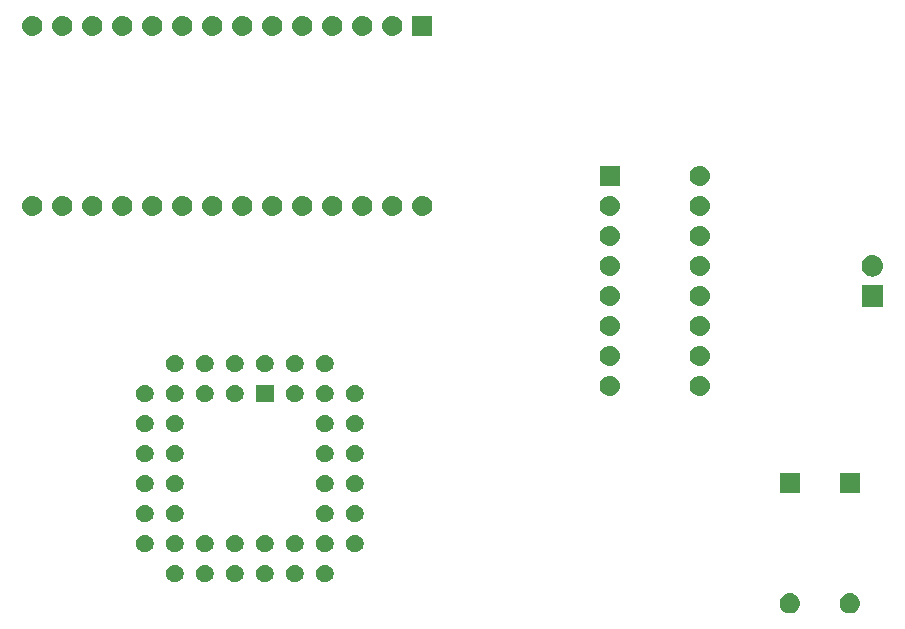
<source format=gbr>
G04 #@! TF.GenerationSoftware,KiCad,Pcbnew,(5.1.2-1)-1*
G04 #@! TF.CreationDate,2019-05-24T19:31:10+01:00*
G04 #@! TF.ProjectId,8840A_CPU_Programmer,38383430-415f-4435-9055-5f50726f6772,rev?*
G04 #@! TF.SameCoordinates,Original*
G04 #@! TF.FileFunction,Soldermask,Bot*
G04 #@! TF.FilePolarity,Negative*
%FSLAX46Y46*%
G04 Gerber Fmt 4.6, Leading zero omitted, Abs format (unit mm)*
G04 Created by KiCad (PCBNEW (5.1.2-1)-1) date 2019-05-24 19:31:10*
%MOMM*%
%LPD*%
G04 APERTURE LIST*
%ADD10C,0.100000*%
G04 APERTURE END LIST*
D10*
G36*
X155741823Y-112191313D02*
G01*
X155902242Y-112239976D01*
X156034906Y-112310886D01*
X156050078Y-112318996D01*
X156179659Y-112425341D01*
X156286004Y-112554922D01*
X156286005Y-112554924D01*
X156365024Y-112702758D01*
X156413687Y-112863177D01*
X156430117Y-113030000D01*
X156413687Y-113196823D01*
X156365024Y-113357242D01*
X156294114Y-113489906D01*
X156286004Y-113505078D01*
X156179659Y-113634659D01*
X156050078Y-113741004D01*
X156050076Y-113741005D01*
X155902242Y-113820024D01*
X155741823Y-113868687D01*
X155616804Y-113881000D01*
X155533196Y-113881000D01*
X155408177Y-113868687D01*
X155247758Y-113820024D01*
X155099924Y-113741005D01*
X155099922Y-113741004D01*
X154970341Y-113634659D01*
X154863996Y-113505078D01*
X154855886Y-113489906D01*
X154784976Y-113357242D01*
X154736313Y-113196823D01*
X154719883Y-113030000D01*
X154736313Y-112863177D01*
X154784976Y-112702758D01*
X154863995Y-112554924D01*
X154863996Y-112554922D01*
X154970341Y-112425341D01*
X155099922Y-112318996D01*
X155115094Y-112310886D01*
X155247758Y-112239976D01*
X155408177Y-112191313D01*
X155533196Y-112179000D01*
X155616804Y-112179000D01*
X155741823Y-112191313D01*
X155741823Y-112191313D01*
G37*
G36*
X150661823Y-112191313D02*
G01*
X150822242Y-112239976D01*
X150954906Y-112310886D01*
X150970078Y-112318996D01*
X151099659Y-112425341D01*
X151206004Y-112554922D01*
X151206005Y-112554924D01*
X151285024Y-112702758D01*
X151333687Y-112863177D01*
X151350117Y-113030000D01*
X151333687Y-113196823D01*
X151285024Y-113357242D01*
X151214114Y-113489906D01*
X151206004Y-113505078D01*
X151099659Y-113634659D01*
X150970078Y-113741004D01*
X150970076Y-113741005D01*
X150822242Y-113820024D01*
X150661823Y-113868687D01*
X150536804Y-113881000D01*
X150453196Y-113881000D01*
X150328177Y-113868687D01*
X150167758Y-113820024D01*
X150019924Y-113741005D01*
X150019922Y-113741004D01*
X149890341Y-113634659D01*
X149783996Y-113505078D01*
X149775886Y-113489906D01*
X149704976Y-113357242D01*
X149656313Y-113196823D01*
X149639883Y-113030000D01*
X149656313Y-112863177D01*
X149704976Y-112702758D01*
X149783995Y-112554924D01*
X149783996Y-112554922D01*
X149890341Y-112425341D01*
X150019922Y-112318996D01*
X150035094Y-112310886D01*
X150167758Y-112239976D01*
X150328177Y-112191313D01*
X150453196Y-112179000D01*
X150536804Y-112179000D01*
X150661823Y-112191313D01*
X150661823Y-112191313D01*
G37*
G36*
X106139425Y-109744599D02*
G01*
X106263621Y-109769302D01*
X106400022Y-109825801D01*
X106522779Y-109907825D01*
X106627175Y-110012221D01*
X106709199Y-110134978D01*
X106765698Y-110271379D01*
X106794500Y-110416181D01*
X106794500Y-110563819D01*
X106765698Y-110708621D01*
X106709199Y-110845022D01*
X106627175Y-110967779D01*
X106522779Y-111072175D01*
X106400022Y-111154199D01*
X106263621Y-111210698D01*
X106139425Y-111235401D01*
X106118820Y-111239500D01*
X105971180Y-111239500D01*
X105950575Y-111235401D01*
X105826379Y-111210698D01*
X105689978Y-111154199D01*
X105567221Y-111072175D01*
X105462825Y-110967779D01*
X105380801Y-110845022D01*
X105324302Y-110708621D01*
X105295500Y-110563819D01*
X105295500Y-110416181D01*
X105324302Y-110271379D01*
X105380801Y-110134978D01*
X105462825Y-110012221D01*
X105567221Y-109907825D01*
X105689978Y-109825801D01*
X105826379Y-109769302D01*
X105950575Y-109744599D01*
X105971180Y-109740500D01*
X106118820Y-109740500D01*
X106139425Y-109744599D01*
X106139425Y-109744599D01*
G37*
G36*
X103599425Y-109744599D02*
G01*
X103723621Y-109769302D01*
X103860022Y-109825801D01*
X103982779Y-109907825D01*
X104087175Y-110012221D01*
X104169199Y-110134978D01*
X104225698Y-110271379D01*
X104254500Y-110416181D01*
X104254500Y-110563819D01*
X104225698Y-110708621D01*
X104169199Y-110845022D01*
X104087175Y-110967779D01*
X103982779Y-111072175D01*
X103860022Y-111154199D01*
X103723621Y-111210698D01*
X103599425Y-111235401D01*
X103578820Y-111239500D01*
X103431180Y-111239500D01*
X103410575Y-111235401D01*
X103286379Y-111210698D01*
X103149978Y-111154199D01*
X103027221Y-111072175D01*
X102922825Y-110967779D01*
X102840801Y-110845022D01*
X102784302Y-110708621D01*
X102755500Y-110563819D01*
X102755500Y-110416181D01*
X102784302Y-110271379D01*
X102840801Y-110134978D01*
X102922825Y-110012221D01*
X103027221Y-109907825D01*
X103149978Y-109825801D01*
X103286379Y-109769302D01*
X103410575Y-109744599D01*
X103431180Y-109740500D01*
X103578820Y-109740500D01*
X103599425Y-109744599D01*
X103599425Y-109744599D01*
G37*
G36*
X101059425Y-109744599D02*
G01*
X101183621Y-109769302D01*
X101320022Y-109825801D01*
X101442779Y-109907825D01*
X101547175Y-110012221D01*
X101629199Y-110134978D01*
X101685698Y-110271379D01*
X101714500Y-110416181D01*
X101714500Y-110563819D01*
X101685698Y-110708621D01*
X101629199Y-110845022D01*
X101547175Y-110967779D01*
X101442779Y-111072175D01*
X101320022Y-111154199D01*
X101183621Y-111210698D01*
X101059425Y-111235401D01*
X101038820Y-111239500D01*
X100891180Y-111239500D01*
X100870575Y-111235401D01*
X100746379Y-111210698D01*
X100609978Y-111154199D01*
X100487221Y-111072175D01*
X100382825Y-110967779D01*
X100300801Y-110845022D01*
X100244302Y-110708621D01*
X100215500Y-110563819D01*
X100215500Y-110416181D01*
X100244302Y-110271379D01*
X100300801Y-110134978D01*
X100382825Y-110012221D01*
X100487221Y-109907825D01*
X100609978Y-109825801D01*
X100746379Y-109769302D01*
X100870575Y-109744599D01*
X100891180Y-109740500D01*
X101038820Y-109740500D01*
X101059425Y-109744599D01*
X101059425Y-109744599D01*
G37*
G36*
X98519425Y-109744599D02*
G01*
X98643621Y-109769302D01*
X98780022Y-109825801D01*
X98902779Y-109907825D01*
X99007175Y-110012221D01*
X99089199Y-110134978D01*
X99145698Y-110271379D01*
X99174500Y-110416181D01*
X99174500Y-110563819D01*
X99145698Y-110708621D01*
X99089199Y-110845022D01*
X99007175Y-110967779D01*
X98902779Y-111072175D01*
X98780022Y-111154199D01*
X98643621Y-111210698D01*
X98519425Y-111235401D01*
X98498820Y-111239500D01*
X98351180Y-111239500D01*
X98330575Y-111235401D01*
X98206379Y-111210698D01*
X98069978Y-111154199D01*
X97947221Y-111072175D01*
X97842825Y-110967779D01*
X97760801Y-110845022D01*
X97704302Y-110708621D01*
X97675500Y-110563819D01*
X97675500Y-110416181D01*
X97704302Y-110271379D01*
X97760801Y-110134978D01*
X97842825Y-110012221D01*
X97947221Y-109907825D01*
X98069978Y-109825801D01*
X98206379Y-109769302D01*
X98330575Y-109744599D01*
X98351180Y-109740500D01*
X98498820Y-109740500D01*
X98519425Y-109744599D01*
X98519425Y-109744599D01*
G37*
G36*
X111219425Y-109744599D02*
G01*
X111343621Y-109769302D01*
X111480022Y-109825801D01*
X111602779Y-109907825D01*
X111707175Y-110012221D01*
X111789199Y-110134978D01*
X111845698Y-110271379D01*
X111874500Y-110416181D01*
X111874500Y-110563819D01*
X111845698Y-110708621D01*
X111789199Y-110845022D01*
X111707175Y-110967779D01*
X111602779Y-111072175D01*
X111480022Y-111154199D01*
X111343621Y-111210698D01*
X111219425Y-111235401D01*
X111198820Y-111239500D01*
X111051180Y-111239500D01*
X111030575Y-111235401D01*
X110906379Y-111210698D01*
X110769978Y-111154199D01*
X110647221Y-111072175D01*
X110542825Y-110967779D01*
X110460801Y-110845022D01*
X110404302Y-110708621D01*
X110375500Y-110563819D01*
X110375500Y-110416181D01*
X110404302Y-110271379D01*
X110460801Y-110134978D01*
X110542825Y-110012221D01*
X110647221Y-109907825D01*
X110769978Y-109825801D01*
X110906379Y-109769302D01*
X111030575Y-109744599D01*
X111051180Y-109740500D01*
X111198820Y-109740500D01*
X111219425Y-109744599D01*
X111219425Y-109744599D01*
G37*
G36*
X108679425Y-109744599D02*
G01*
X108803621Y-109769302D01*
X108940022Y-109825801D01*
X109062779Y-109907825D01*
X109167175Y-110012221D01*
X109249199Y-110134978D01*
X109305698Y-110271379D01*
X109334500Y-110416181D01*
X109334500Y-110563819D01*
X109305698Y-110708621D01*
X109249199Y-110845022D01*
X109167175Y-110967779D01*
X109062779Y-111072175D01*
X108940022Y-111154199D01*
X108803621Y-111210698D01*
X108679425Y-111235401D01*
X108658820Y-111239500D01*
X108511180Y-111239500D01*
X108490575Y-111235401D01*
X108366379Y-111210698D01*
X108229978Y-111154199D01*
X108107221Y-111072175D01*
X108002825Y-110967779D01*
X107920801Y-110845022D01*
X107864302Y-110708621D01*
X107835500Y-110563819D01*
X107835500Y-110416181D01*
X107864302Y-110271379D01*
X107920801Y-110134978D01*
X108002825Y-110012221D01*
X108107221Y-109907825D01*
X108229978Y-109825801D01*
X108366379Y-109769302D01*
X108490575Y-109744599D01*
X108511180Y-109740500D01*
X108658820Y-109740500D01*
X108679425Y-109744599D01*
X108679425Y-109744599D01*
G37*
G36*
X95979425Y-107204599D02*
G01*
X96103621Y-107229302D01*
X96240022Y-107285801D01*
X96362779Y-107367825D01*
X96467175Y-107472221D01*
X96549199Y-107594978D01*
X96605698Y-107731379D01*
X96634500Y-107876181D01*
X96634500Y-108023819D01*
X96605698Y-108168621D01*
X96549199Y-108305022D01*
X96467175Y-108427779D01*
X96362779Y-108532175D01*
X96240022Y-108614199D01*
X96103621Y-108670698D01*
X95979425Y-108695401D01*
X95958820Y-108699500D01*
X95811180Y-108699500D01*
X95790575Y-108695401D01*
X95666379Y-108670698D01*
X95529978Y-108614199D01*
X95407221Y-108532175D01*
X95302825Y-108427779D01*
X95220801Y-108305022D01*
X95164302Y-108168621D01*
X95135500Y-108023819D01*
X95135500Y-107876181D01*
X95164302Y-107731379D01*
X95220801Y-107594978D01*
X95302825Y-107472221D01*
X95407221Y-107367825D01*
X95529978Y-107285801D01*
X95666379Y-107229302D01*
X95790575Y-107204599D01*
X95811180Y-107200500D01*
X95958820Y-107200500D01*
X95979425Y-107204599D01*
X95979425Y-107204599D01*
G37*
G36*
X98519425Y-107204599D02*
G01*
X98643621Y-107229302D01*
X98780022Y-107285801D01*
X98902779Y-107367825D01*
X99007175Y-107472221D01*
X99089199Y-107594978D01*
X99145698Y-107731379D01*
X99174500Y-107876181D01*
X99174500Y-108023819D01*
X99145698Y-108168621D01*
X99089199Y-108305022D01*
X99007175Y-108427779D01*
X98902779Y-108532175D01*
X98780022Y-108614199D01*
X98643621Y-108670698D01*
X98519425Y-108695401D01*
X98498820Y-108699500D01*
X98351180Y-108699500D01*
X98330575Y-108695401D01*
X98206379Y-108670698D01*
X98069978Y-108614199D01*
X97947221Y-108532175D01*
X97842825Y-108427779D01*
X97760801Y-108305022D01*
X97704302Y-108168621D01*
X97675500Y-108023819D01*
X97675500Y-107876181D01*
X97704302Y-107731379D01*
X97760801Y-107594978D01*
X97842825Y-107472221D01*
X97947221Y-107367825D01*
X98069978Y-107285801D01*
X98206379Y-107229302D01*
X98330575Y-107204599D01*
X98351180Y-107200500D01*
X98498820Y-107200500D01*
X98519425Y-107204599D01*
X98519425Y-107204599D01*
G37*
G36*
X101059425Y-107204599D02*
G01*
X101183621Y-107229302D01*
X101320022Y-107285801D01*
X101442779Y-107367825D01*
X101547175Y-107472221D01*
X101629199Y-107594978D01*
X101685698Y-107731379D01*
X101714500Y-107876181D01*
X101714500Y-108023819D01*
X101685698Y-108168621D01*
X101629199Y-108305022D01*
X101547175Y-108427779D01*
X101442779Y-108532175D01*
X101320022Y-108614199D01*
X101183621Y-108670698D01*
X101059425Y-108695401D01*
X101038820Y-108699500D01*
X100891180Y-108699500D01*
X100870575Y-108695401D01*
X100746379Y-108670698D01*
X100609978Y-108614199D01*
X100487221Y-108532175D01*
X100382825Y-108427779D01*
X100300801Y-108305022D01*
X100244302Y-108168621D01*
X100215500Y-108023819D01*
X100215500Y-107876181D01*
X100244302Y-107731379D01*
X100300801Y-107594978D01*
X100382825Y-107472221D01*
X100487221Y-107367825D01*
X100609978Y-107285801D01*
X100746379Y-107229302D01*
X100870575Y-107204599D01*
X100891180Y-107200500D01*
X101038820Y-107200500D01*
X101059425Y-107204599D01*
X101059425Y-107204599D01*
G37*
G36*
X103599425Y-107204599D02*
G01*
X103723621Y-107229302D01*
X103860022Y-107285801D01*
X103982779Y-107367825D01*
X104087175Y-107472221D01*
X104169199Y-107594978D01*
X104225698Y-107731379D01*
X104254500Y-107876181D01*
X104254500Y-108023819D01*
X104225698Y-108168621D01*
X104169199Y-108305022D01*
X104087175Y-108427779D01*
X103982779Y-108532175D01*
X103860022Y-108614199D01*
X103723621Y-108670698D01*
X103599425Y-108695401D01*
X103578820Y-108699500D01*
X103431180Y-108699500D01*
X103410575Y-108695401D01*
X103286379Y-108670698D01*
X103149978Y-108614199D01*
X103027221Y-108532175D01*
X102922825Y-108427779D01*
X102840801Y-108305022D01*
X102784302Y-108168621D01*
X102755500Y-108023819D01*
X102755500Y-107876181D01*
X102784302Y-107731379D01*
X102840801Y-107594978D01*
X102922825Y-107472221D01*
X103027221Y-107367825D01*
X103149978Y-107285801D01*
X103286379Y-107229302D01*
X103410575Y-107204599D01*
X103431180Y-107200500D01*
X103578820Y-107200500D01*
X103599425Y-107204599D01*
X103599425Y-107204599D01*
G37*
G36*
X106139425Y-107204599D02*
G01*
X106263621Y-107229302D01*
X106400022Y-107285801D01*
X106522779Y-107367825D01*
X106627175Y-107472221D01*
X106709199Y-107594978D01*
X106765698Y-107731379D01*
X106794500Y-107876181D01*
X106794500Y-108023819D01*
X106765698Y-108168621D01*
X106709199Y-108305022D01*
X106627175Y-108427779D01*
X106522779Y-108532175D01*
X106400022Y-108614199D01*
X106263621Y-108670698D01*
X106139425Y-108695401D01*
X106118820Y-108699500D01*
X105971180Y-108699500D01*
X105950575Y-108695401D01*
X105826379Y-108670698D01*
X105689978Y-108614199D01*
X105567221Y-108532175D01*
X105462825Y-108427779D01*
X105380801Y-108305022D01*
X105324302Y-108168621D01*
X105295500Y-108023819D01*
X105295500Y-107876181D01*
X105324302Y-107731379D01*
X105380801Y-107594978D01*
X105462825Y-107472221D01*
X105567221Y-107367825D01*
X105689978Y-107285801D01*
X105826379Y-107229302D01*
X105950575Y-107204599D01*
X105971180Y-107200500D01*
X106118820Y-107200500D01*
X106139425Y-107204599D01*
X106139425Y-107204599D01*
G37*
G36*
X108679425Y-107204599D02*
G01*
X108803621Y-107229302D01*
X108940022Y-107285801D01*
X109062779Y-107367825D01*
X109167175Y-107472221D01*
X109249199Y-107594978D01*
X109305698Y-107731379D01*
X109334500Y-107876181D01*
X109334500Y-108023819D01*
X109305698Y-108168621D01*
X109249199Y-108305022D01*
X109167175Y-108427779D01*
X109062779Y-108532175D01*
X108940022Y-108614199D01*
X108803621Y-108670698D01*
X108679425Y-108695401D01*
X108658820Y-108699500D01*
X108511180Y-108699500D01*
X108490575Y-108695401D01*
X108366379Y-108670698D01*
X108229978Y-108614199D01*
X108107221Y-108532175D01*
X108002825Y-108427779D01*
X107920801Y-108305022D01*
X107864302Y-108168621D01*
X107835500Y-108023819D01*
X107835500Y-107876181D01*
X107864302Y-107731379D01*
X107920801Y-107594978D01*
X108002825Y-107472221D01*
X108107221Y-107367825D01*
X108229978Y-107285801D01*
X108366379Y-107229302D01*
X108490575Y-107204599D01*
X108511180Y-107200500D01*
X108658820Y-107200500D01*
X108679425Y-107204599D01*
X108679425Y-107204599D01*
G37*
G36*
X111219425Y-107204599D02*
G01*
X111343621Y-107229302D01*
X111480022Y-107285801D01*
X111602779Y-107367825D01*
X111707175Y-107472221D01*
X111789199Y-107594978D01*
X111845698Y-107731379D01*
X111874500Y-107876181D01*
X111874500Y-108023819D01*
X111845698Y-108168621D01*
X111789199Y-108305022D01*
X111707175Y-108427779D01*
X111602779Y-108532175D01*
X111480022Y-108614199D01*
X111343621Y-108670698D01*
X111219425Y-108695401D01*
X111198820Y-108699500D01*
X111051180Y-108699500D01*
X111030575Y-108695401D01*
X110906379Y-108670698D01*
X110769978Y-108614199D01*
X110647221Y-108532175D01*
X110542825Y-108427779D01*
X110460801Y-108305022D01*
X110404302Y-108168621D01*
X110375500Y-108023819D01*
X110375500Y-107876181D01*
X110404302Y-107731379D01*
X110460801Y-107594978D01*
X110542825Y-107472221D01*
X110647221Y-107367825D01*
X110769978Y-107285801D01*
X110906379Y-107229302D01*
X111030575Y-107204599D01*
X111051180Y-107200500D01*
X111198820Y-107200500D01*
X111219425Y-107204599D01*
X111219425Y-107204599D01*
G37*
G36*
X113759425Y-107204599D02*
G01*
X113883621Y-107229302D01*
X114020022Y-107285801D01*
X114142779Y-107367825D01*
X114247175Y-107472221D01*
X114329199Y-107594978D01*
X114385698Y-107731379D01*
X114414500Y-107876181D01*
X114414500Y-108023819D01*
X114385698Y-108168621D01*
X114329199Y-108305022D01*
X114247175Y-108427779D01*
X114142779Y-108532175D01*
X114020022Y-108614199D01*
X113883621Y-108670698D01*
X113759425Y-108695401D01*
X113738820Y-108699500D01*
X113591180Y-108699500D01*
X113570575Y-108695401D01*
X113446379Y-108670698D01*
X113309978Y-108614199D01*
X113187221Y-108532175D01*
X113082825Y-108427779D01*
X113000801Y-108305022D01*
X112944302Y-108168621D01*
X112915500Y-108023819D01*
X112915500Y-107876181D01*
X112944302Y-107731379D01*
X113000801Y-107594978D01*
X113082825Y-107472221D01*
X113187221Y-107367825D01*
X113309978Y-107285801D01*
X113446379Y-107229302D01*
X113570575Y-107204599D01*
X113591180Y-107200500D01*
X113738820Y-107200500D01*
X113759425Y-107204599D01*
X113759425Y-107204599D01*
G37*
G36*
X113759425Y-104664599D02*
G01*
X113883621Y-104689302D01*
X114020022Y-104745801D01*
X114142779Y-104827825D01*
X114247175Y-104932221D01*
X114329199Y-105054978D01*
X114385698Y-105191379D01*
X114414500Y-105336181D01*
X114414500Y-105483819D01*
X114385698Y-105628621D01*
X114329199Y-105765022D01*
X114247175Y-105887779D01*
X114142779Y-105992175D01*
X114020022Y-106074199D01*
X113883621Y-106130698D01*
X113759425Y-106155401D01*
X113738820Y-106159500D01*
X113591180Y-106159500D01*
X113570575Y-106155401D01*
X113446379Y-106130698D01*
X113309978Y-106074199D01*
X113187221Y-105992175D01*
X113082825Y-105887779D01*
X113000801Y-105765022D01*
X112944302Y-105628621D01*
X112915500Y-105483819D01*
X112915500Y-105336181D01*
X112944302Y-105191379D01*
X113000801Y-105054978D01*
X113082825Y-104932221D01*
X113187221Y-104827825D01*
X113309978Y-104745801D01*
X113446379Y-104689302D01*
X113570575Y-104664599D01*
X113591180Y-104660500D01*
X113738820Y-104660500D01*
X113759425Y-104664599D01*
X113759425Y-104664599D01*
G37*
G36*
X111219425Y-104664599D02*
G01*
X111343621Y-104689302D01*
X111480022Y-104745801D01*
X111602779Y-104827825D01*
X111707175Y-104932221D01*
X111789199Y-105054978D01*
X111845698Y-105191379D01*
X111874500Y-105336181D01*
X111874500Y-105483819D01*
X111845698Y-105628621D01*
X111789199Y-105765022D01*
X111707175Y-105887779D01*
X111602779Y-105992175D01*
X111480022Y-106074199D01*
X111343621Y-106130698D01*
X111219425Y-106155401D01*
X111198820Y-106159500D01*
X111051180Y-106159500D01*
X111030575Y-106155401D01*
X110906379Y-106130698D01*
X110769978Y-106074199D01*
X110647221Y-105992175D01*
X110542825Y-105887779D01*
X110460801Y-105765022D01*
X110404302Y-105628621D01*
X110375500Y-105483819D01*
X110375500Y-105336181D01*
X110404302Y-105191379D01*
X110460801Y-105054978D01*
X110542825Y-104932221D01*
X110647221Y-104827825D01*
X110769978Y-104745801D01*
X110906379Y-104689302D01*
X111030575Y-104664599D01*
X111051180Y-104660500D01*
X111198820Y-104660500D01*
X111219425Y-104664599D01*
X111219425Y-104664599D01*
G37*
G36*
X98519425Y-104664599D02*
G01*
X98643621Y-104689302D01*
X98780022Y-104745801D01*
X98902779Y-104827825D01*
X99007175Y-104932221D01*
X99089199Y-105054978D01*
X99145698Y-105191379D01*
X99174500Y-105336181D01*
X99174500Y-105483819D01*
X99145698Y-105628621D01*
X99089199Y-105765022D01*
X99007175Y-105887779D01*
X98902779Y-105992175D01*
X98780022Y-106074199D01*
X98643621Y-106130698D01*
X98519425Y-106155401D01*
X98498820Y-106159500D01*
X98351180Y-106159500D01*
X98330575Y-106155401D01*
X98206379Y-106130698D01*
X98069978Y-106074199D01*
X97947221Y-105992175D01*
X97842825Y-105887779D01*
X97760801Y-105765022D01*
X97704302Y-105628621D01*
X97675500Y-105483819D01*
X97675500Y-105336181D01*
X97704302Y-105191379D01*
X97760801Y-105054978D01*
X97842825Y-104932221D01*
X97947221Y-104827825D01*
X98069978Y-104745801D01*
X98206379Y-104689302D01*
X98330575Y-104664599D01*
X98351180Y-104660500D01*
X98498820Y-104660500D01*
X98519425Y-104664599D01*
X98519425Y-104664599D01*
G37*
G36*
X95979425Y-104664599D02*
G01*
X96103621Y-104689302D01*
X96240022Y-104745801D01*
X96362779Y-104827825D01*
X96467175Y-104932221D01*
X96549199Y-105054978D01*
X96605698Y-105191379D01*
X96634500Y-105336181D01*
X96634500Y-105483819D01*
X96605698Y-105628621D01*
X96549199Y-105765022D01*
X96467175Y-105887779D01*
X96362779Y-105992175D01*
X96240022Y-106074199D01*
X96103621Y-106130698D01*
X95979425Y-106155401D01*
X95958820Y-106159500D01*
X95811180Y-106159500D01*
X95790575Y-106155401D01*
X95666379Y-106130698D01*
X95529978Y-106074199D01*
X95407221Y-105992175D01*
X95302825Y-105887779D01*
X95220801Y-105765022D01*
X95164302Y-105628621D01*
X95135500Y-105483819D01*
X95135500Y-105336181D01*
X95164302Y-105191379D01*
X95220801Y-105054978D01*
X95302825Y-104932221D01*
X95407221Y-104827825D01*
X95529978Y-104745801D01*
X95666379Y-104689302D01*
X95790575Y-104664599D01*
X95811180Y-104660500D01*
X95958820Y-104660500D01*
X95979425Y-104664599D01*
X95979425Y-104664599D01*
G37*
G36*
X156426000Y-103721000D02*
G01*
X154724000Y-103721000D01*
X154724000Y-102019000D01*
X156426000Y-102019000D01*
X156426000Y-103721000D01*
X156426000Y-103721000D01*
G37*
G36*
X151346000Y-103721000D02*
G01*
X149644000Y-103721000D01*
X149644000Y-102019000D01*
X151346000Y-102019000D01*
X151346000Y-103721000D01*
X151346000Y-103721000D01*
G37*
G36*
X95979425Y-102124599D02*
G01*
X96103621Y-102149302D01*
X96240022Y-102205801D01*
X96362779Y-102287825D01*
X96467175Y-102392221D01*
X96549199Y-102514978D01*
X96605698Y-102651379D01*
X96634500Y-102796181D01*
X96634500Y-102943819D01*
X96605698Y-103088621D01*
X96549199Y-103225022D01*
X96467175Y-103347779D01*
X96362779Y-103452175D01*
X96240022Y-103534199D01*
X96103621Y-103590698D01*
X95979425Y-103615401D01*
X95958820Y-103619500D01*
X95811180Y-103619500D01*
X95790575Y-103615401D01*
X95666379Y-103590698D01*
X95529978Y-103534199D01*
X95407221Y-103452175D01*
X95302825Y-103347779D01*
X95220801Y-103225022D01*
X95164302Y-103088621D01*
X95135500Y-102943819D01*
X95135500Y-102796181D01*
X95164302Y-102651379D01*
X95220801Y-102514978D01*
X95302825Y-102392221D01*
X95407221Y-102287825D01*
X95529978Y-102205801D01*
X95666379Y-102149302D01*
X95790575Y-102124599D01*
X95811180Y-102120500D01*
X95958820Y-102120500D01*
X95979425Y-102124599D01*
X95979425Y-102124599D01*
G37*
G36*
X98519425Y-102124599D02*
G01*
X98643621Y-102149302D01*
X98780022Y-102205801D01*
X98902779Y-102287825D01*
X99007175Y-102392221D01*
X99089199Y-102514978D01*
X99145698Y-102651379D01*
X99174500Y-102796181D01*
X99174500Y-102943819D01*
X99145698Y-103088621D01*
X99089199Y-103225022D01*
X99007175Y-103347779D01*
X98902779Y-103452175D01*
X98780022Y-103534199D01*
X98643621Y-103590698D01*
X98519425Y-103615401D01*
X98498820Y-103619500D01*
X98351180Y-103619500D01*
X98330575Y-103615401D01*
X98206379Y-103590698D01*
X98069978Y-103534199D01*
X97947221Y-103452175D01*
X97842825Y-103347779D01*
X97760801Y-103225022D01*
X97704302Y-103088621D01*
X97675500Y-102943819D01*
X97675500Y-102796181D01*
X97704302Y-102651379D01*
X97760801Y-102514978D01*
X97842825Y-102392221D01*
X97947221Y-102287825D01*
X98069978Y-102205801D01*
X98206379Y-102149302D01*
X98330575Y-102124599D01*
X98351180Y-102120500D01*
X98498820Y-102120500D01*
X98519425Y-102124599D01*
X98519425Y-102124599D01*
G37*
G36*
X113759425Y-102124599D02*
G01*
X113883621Y-102149302D01*
X114020022Y-102205801D01*
X114142779Y-102287825D01*
X114247175Y-102392221D01*
X114329199Y-102514978D01*
X114385698Y-102651379D01*
X114414500Y-102796181D01*
X114414500Y-102943819D01*
X114385698Y-103088621D01*
X114329199Y-103225022D01*
X114247175Y-103347779D01*
X114142779Y-103452175D01*
X114020022Y-103534199D01*
X113883621Y-103590698D01*
X113759425Y-103615401D01*
X113738820Y-103619500D01*
X113591180Y-103619500D01*
X113570575Y-103615401D01*
X113446379Y-103590698D01*
X113309978Y-103534199D01*
X113187221Y-103452175D01*
X113082825Y-103347779D01*
X113000801Y-103225022D01*
X112944302Y-103088621D01*
X112915500Y-102943819D01*
X112915500Y-102796181D01*
X112944302Y-102651379D01*
X113000801Y-102514978D01*
X113082825Y-102392221D01*
X113187221Y-102287825D01*
X113309978Y-102205801D01*
X113446379Y-102149302D01*
X113570575Y-102124599D01*
X113591180Y-102120500D01*
X113738820Y-102120500D01*
X113759425Y-102124599D01*
X113759425Y-102124599D01*
G37*
G36*
X111219425Y-102124599D02*
G01*
X111343621Y-102149302D01*
X111480022Y-102205801D01*
X111602779Y-102287825D01*
X111707175Y-102392221D01*
X111789199Y-102514978D01*
X111845698Y-102651379D01*
X111874500Y-102796181D01*
X111874500Y-102943819D01*
X111845698Y-103088621D01*
X111789199Y-103225022D01*
X111707175Y-103347779D01*
X111602779Y-103452175D01*
X111480022Y-103534199D01*
X111343621Y-103590698D01*
X111219425Y-103615401D01*
X111198820Y-103619500D01*
X111051180Y-103619500D01*
X111030575Y-103615401D01*
X110906379Y-103590698D01*
X110769978Y-103534199D01*
X110647221Y-103452175D01*
X110542825Y-103347779D01*
X110460801Y-103225022D01*
X110404302Y-103088621D01*
X110375500Y-102943819D01*
X110375500Y-102796181D01*
X110404302Y-102651379D01*
X110460801Y-102514978D01*
X110542825Y-102392221D01*
X110647221Y-102287825D01*
X110769978Y-102205801D01*
X110906379Y-102149302D01*
X111030575Y-102124599D01*
X111051180Y-102120500D01*
X111198820Y-102120500D01*
X111219425Y-102124599D01*
X111219425Y-102124599D01*
G37*
G36*
X95979425Y-99584599D02*
G01*
X96103621Y-99609302D01*
X96240022Y-99665801D01*
X96362779Y-99747825D01*
X96467175Y-99852221D01*
X96549199Y-99974978D01*
X96605698Y-100111379D01*
X96634500Y-100256181D01*
X96634500Y-100403819D01*
X96605698Y-100548621D01*
X96549199Y-100685022D01*
X96467175Y-100807779D01*
X96362779Y-100912175D01*
X96240022Y-100994199D01*
X96103621Y-101050698D01*
X95979425Y-101075401D01*
X95958820Y-101079500D01*
X95811180Y-101079500D01*
X95790575Y-101075401D01*
X95666379Y-101050698D01*
X95529978Y-100994199D01*
X95407221Y-100912175D01*
X95302825Y-100807779D01*
X95220801Y-100685022D01*
X95164302Y-100548621D01*
X95135500Y-100403819D01*
X95135500Y-100256181D01*
X95164302Y-100111379D01*
X95220801Y-99974978D01*
X95302825Y-99852221D01*
X95407221Y-99747825D01*
X95529978Y-99665801D01*
X95666379Y-99609302D01*
X95790575Y-99584599D01*
X95811180Y-99580500D01*
X95958820Y-99580500D01*
X95979425Y-99584599D01*
X95979425Y-99584599D01*
G37*
G36*
X98519425Y-99584599D02*
G01*
X98643621Y-99609302D01*
X98780022Y-99665801D01*
X98902779Y-99747825D01*
X99007175Y-99852221D01*
X99089199Y-99974978D01*
X99145698Y-100111379D01*
X99174500Y-100256181D01*
X99174500Y-100403819D01*
X99145698Y-100548621D01*
X99089199Y-100685022D01*
X99007175Y-100807779D01*
X98902779Y-100912175D01*
X98780022Y-100994199D01*
X98643621Y-101050698D01*
X98519425Y-101075401D01*
X98498820Y-101079500D01*
X98351180Y-101079500D01*
X98330575Y-101075401D01*
X98206379Y-101050698D01*
X98069978Y-100994199D01*
X97947221Y-100912175D01*
X97842825Y-100807779D01*
X97760801Y-100685022D01*
X97704302Y-100548621D01*
X97675500Y-100403819D01*
X97675500Y-100256181D01*
X97704302Y-100111379D01*
X97760801Y-99974978D01*
X97842825Y-99852221D01*
X97947221Y-99747825D01*
X98069978Y-99665801D01*
X98206379Y-99609302D01*
X98330575Y-99584599D01*
X98351180Y-99580500D01*
X98498820Y-99580500D01*
X98519425Y-99584599D01*
X98519425Y-99584599D01*
G37*
G36*
X113759425Y-99584599D02*
G01*
X113883621Y-99609302D01*
X114020022Y-99665801D01*
X114142779Y-99747825D01*
X114247175Y-99852221D01*
X114329199Y-99974978D01*
X114385698Y-100111379D01*
X114414500Y-100256181D01*
X114414500Y-100403819D01*
X114385698Y-100548621D01*
X114329199Y-100685022D01*
X114247175Y-100807779D01*
X114142779Y-100912175D01*
X114020022Y-100994199D01*
X113883621Y-101050698D01*
X113759425Y-101075401D01*
X113738820Y-101079500D01*
X113591180Y-101079500D01*
X113570575Y-101075401D01*
X113446379Y-101050698D01*
X113309978Y-100994199D01*
X113187221Y-100912175D01*
X113082825Y-100807779D01*
X113000801Y-100685022D01*
X112944302Y-100548621D01*
X112915500Y-100403819D01*
X112915500Y-100256181D01*
X112944302Y-100111379D01*
X113000801Y-99974978D01*
X113082825Y-99852221D01*
X113187221Y-99747825D01*
X113309978Y-99665801D01*
X113446379Y-99609302D01*
X113570575Y-99584599D01*
X113591180Y-99580500D01*
X113738820Y-99580500D01*
X113759425Y-99584599D01*
X113759425Y-99584599D01*
G37*
G36*
X111219425Y-99584599D02*
G01*
X111343621Y-99609302D01*
X111480022Y-99665801D01*
X111602779Y-99747825D01*
X111707175Y-99852221D01*
X111789199Y-99974978D01*
X111845698Y-100111379D01*
X111874500Y-100256181D01*
X111874500Y-100403819D01*
X111845698Y-100548621D01*
X111789199Y-100685022D01*
X111707175Y-100807779D01*
X111602779Y-100912175D01*
X111480022Y-100994199D01*
X111343621Y-101050698D01*
X111219425Y-101075401D01*
X111198820Y-101079500D01*
X111051180Y-101079500D01*
X111030575Y-101075401D01*
X110906379Y-101050698D01*
X110769978Y-100994199D01*
X110647221Y-100912175D01*
X110542825Y-100807779D01*
X110460801Y-100685022D01*
X110404302Y-100548621D01*
X110375500Y-100403819D01*
X110375500Y-100256181D01*
X110404302Y-100111379D01*
X110460801Y-99974978D01*
X110542825Y-99852221D01*
X110647221Y-99747825D01*
X110769978Y-99665801D01*
X110906379Y-99609302D01*
X111030575Y-99584599D01*
X111051180Y-99580500D01*
X111198820Y-99580500D01*
X111219425Y-99584599D01*
X111219425Y-99584599D01*
G37*
G36*
X95979425Y-97044599D02*
G01*
X96103621Y-97069302D01*
X96240022Y-97125801D01*
X96362779Y-97207825D01*
X96467175Y-97312221D01*
X96549199Y-97434978D01*
X96605698Y-97571379D01*
X96634500Y-97716181D01*
X96634500Y-97863819D01*
X96605698Y-98008621D01*
X96549199Y-98145022D01*
X96467175Y-98267779D01*
X96362779Y-98372175D01*
X96240022Y-98454199D01*
X96103621Y-98510698D01*
X95979425Y-98535401D01*
X95958820Y-98539500D01*
X95811180Y-98539500D01*
X95790575Y-98535401D01*
X95666379Y-98510698D01*
X95529978Y-98454199D01*
X95407221Y-98372175D01*
X95302825Y-98267779D01*
X95220801Y-98145022D01*
X95164302Y-98008621D01*
X95135500Y-97863819D01*
X95135500Y-97716181D01*
X95164302Y-97571379D01*
X95220801Y-97434978D01*
X95302825Y-97312221D01*
X95407221Y-97207825D01*
X95529978Y-97125801D01*
X95666379Y-97069302D01*
X95790575Y-97044599D01*
X95811180Y-97040500D01*
X95958820Y-97040500D01*
X95979425Y-97044599D01*
X95979425Y-97044599D01*
G37*
G36*
X98519425Y-97044599D02*
G01*
X98643621Y-97069302D01*
X98780022Y-97125801D01*
X98902779Y-97207825D01*
X99007175Y-97312221D01*
X99089199Y-97434978D01*
X99145698Y-97571379D01*
X99174500Y-97716181D01*
X99174500Y-97863819D01*
X99145698Y-98008621D01*
X99089199Y-98145022D01*
X99007175Y-98267779D01*
X98902779Y-98372175D01*
X98780022Y-98454199D01*
X98643621Y-98510698D01*
X98519425Y-98535401D01*
X98498820Y-98539500D01*
X98351180Y-98539500D01*
X98330575Y-98535401D01*
X98206379Y-98510698D01*
X98069978Y-98454199D01*
X97947221Y-98372175D01*
X97842825Y-98267779D01*
X97760801Y-98145022D01*
X97704302Y-98008621D01*
X97675500Y-97863819D01*
X97675500Y-97716181D01*
X97704302Y-97571379D01*
X97760801Y-97434978D01*
X97842825Y-97312221D01*
X97947221Y-97207825D01*
X98069978Y-97125801D01*
X98206379Y-97069302D01*
X98330575Y-97044599D01*
X98351180Y-97040500D01*
X98498820Y-97040500D01*
X98519425Y-97044599D01*
X98519425Y-97044599D01*
G37*
G36*
X113759425Y-97044599D02*
G01*
X113883621Y-97069302D01*
X114020022Y-97125801D01*
X114142779Y-97207825D01*
X114247175Y-97312221D01*
X114329199Y-97434978D01*
X114385698Y-97571379D01*
X114414500Y-97716181D01*
X114414500Y-97863819D01*
X114385698Y-98008621D01*
X114329199Y-98145022D01*
X114247175Y-98267779D01*
X114142779Y-98372175D01*
X114020022Y-98454199D01*
X113883621Y-98510698D01*
X113759425Y-98535401D01*
X113738820Y-98539500D01*
X113591180Y-98539500D01*
X113570575Y-98535401D01*
X113446379Y-98510698D01*
X113309978Y-98454199D01*
X113187221Y-98372175D01*
X113082825Y-98267779D01*
X113000801Y-98145022D01*
X112944302Y-98008621D01*
X112915500Y-97863819D01*
X112915500Y-97716181D01*
X112944302Y-97571379D01*
X113000801Y-97434978D01*
X113082825Y-97312221D01*
X113187221Y-97207825D01*
X113309978Y-97125801D01*
X113446379Y-97069302D01*
X113570575Y-97044599D01*
X113591180Y-97040500D01*
X113738820Y-97040500D01*
X113759425Y-97044599D01*
X113759425Y-97044599D01*
G37*
G36*
X111219425Y-97044599D02*
G01*
X111343621Y-97069302D01*
X111480022Y-97125801D01*
X111602779Y-97207825D01*
X111707175Y-97312221D01*
X111789199Y-97434978D01*
X111845698Y-97571379D01*
X111874500Y-97716181D01*
X111874500Y-97863819D01*
X111845698Y-98008621D01*
X111789199Y-98145022D01*
X111707175Y-98267779D01*
X111602779Y-98372175D01*
X111480022Y-98454199D01*
X111343621Y-98510698D01*
X111219425Y-98535401D01*
X111198820Y-98539500D01*
X111051180Y-98539500D01*
X111030575Y-98535401D01*
X110906379Y-98510698D01*
X110769978Y-98454199D01*
X110647221Y-98372175D01*
X110542825Y-98267779D01*
X110460801Y-98145022D01*
X110404302Y-98008621D01*
X110375500Y-97863819D01*
X110375500Y-97716181D01*
X110404302Y-97571379D01*
X110460801Y-97434978D01*
X110542825Y-97312221D01*
X110647221Y-97207825D01*
X110769978Y-97125801D01*
X110906379Y-97069302D01*
X111030575Y-97044599D01*
X111051180Y-97040500D01*
X111198820Y-97040500D01*
X111219425Y-97044599D01*
X111219425Y-97044599D01*
G37*
G36*
X108679425Y-94504599D02*
G01*
X108803621Y-94529302D01*
X108940022Y-94585801D01*
X109062779Y-94667825D01*
X109167175Y-94772221D01*
X109249199Y-94894978D01*
X109305698Y-95031379D01*
X109330401Y-95155575D01*
X109334500Y-95176180D01*
X109334500Y-95323820D01*
X109334065Y-95326005D01*
X109305698Y-95468621D01*
X109249199Y-95605022D01*
X109167175Y-95727779D01*
X109062779Y-95832175D01*
X108940022Y-95914199D01*
X108803621Y-95970698D01*
X108679425Y-95995401D01*
X108658820Y-95999500D01*
X108511180Y-95999500D01*
X108490575Y-95995401D01*
X108366379Y-95970698D01*
X108229978Y-95914199D01*
X108107221Y-95832175D01*
X108002825Y-95727779D01*
X107920801Y-95605022D01*
X107864302Y-95468621D01*
X107835935Y-95326005D01*
X107835500Y-95323820D01*
X107835500Y-95176180D01*
X107839599Y-95155575D01*
X107864302Y-95031379D01*
X107920801Y-94894978D01*
X108002825Y-94772221D01*
X108107221Y-94667825D01*
X108229978Y-94585801D01*
X108366379Y-94529302D01*
X108490575Y-94504599D01*
X108511180Y-94500500D01*
X108658820Y-94500500D01*
X108679425Y-94504599D01*
X108679425Y-94504599D01*
G37*
G36*
X106794500Y-95999500D02*
G01*
X105295500Y-95999500D01*
X105295500Y-94500500D01*
X106794500Y-94500500D01*
X106794500Y-95999500D01*
X106794500Y-95999500D01*
G37*
G36*
X111219425Y-94504599D02*
G01*
X111343621Y-94529302D01*
X111480022Y-94585801D01*
X111602779Y-94667825D01*
X111707175Y-94772221D01*
X111789199Y-94894978D01*
X111845698Y-95031379D01*
X111870401Y-95155575D01*
X111874500Y-95176180D01*
X111874500Y-95323820D01*
X111874065Y-95326005D01*
X111845698Y-95468621D01*
X111789199Y-95605022D01*
X111707175Y-95727779D01*
X111602779Y-95832175D01*
X111480022Y-95914199D01*
X111343621Y-95970698D01*
X111219425Y-95995401D01*
X111198820Y-95999500D01*
X111051180Y-95999500D01*
X111030575Y-95995401D01*
X110906379Y-95970698D01*
X110769978Y-95914199D01*
X110647221Y-95832175D01*
X110542825Y-95727779D01*
X110460801Y-95605022D01*
X110404302Y-95468621D01*
X110375935Y-95326005D01*
X110375500Y-95323820D01*
X110375500Y-95176180D01*
X110379599Y-95155575D01*
X110404302Y-95031379D01*
X110460801Y-94894978D01*
X110542825Y-94772221D01*
X110647221Y-94667825D01*
X110769978Y-94585801D01*
X110906379Y-94529302D01*
X111030575Y-94504599D01*
X111051180Y-94500500D01*
X111198820Y-94500500D01*
X111219425Y-94504599D01*
X111219425Y-94504599D01*
G37*
G36*
X103599425Y-94504599D02*
G01*
X103723621Y-94529302D01*
X103860022Y-94585801D01*
X103982779Y-94667825D01*
X104087175Y-94772221D01*
X104169199Y-94894978D01*
X104225698Y-95031379D01*
X104250401Y-95155575D01*
X104254500Y-95176180D01*
X104254500Y-95323820D01*
X104254065Y-95326005D01*
X104225698Y-95468621D01*
X104169199Y-95605022D01*
X104087175Y-95727779D01*
X103982779Y-95832175D01*
X103860022Y-95914199D01*
X103723621Y-95970698D01*
X103599425Y-95995401D01*
X103578820Y-95999500D01*
X103431180Y-95999500D01*
X103410575Y-95995401D01*
X103286379Y-95970698D01*
X103149978Y-95914199D01*
X103027221Y-95832175D01*
X102922825Y-95727779D01*
X102840801Y-95605022D01*
X102784302Y-95468621D01*
X102755935Y-95326005D01*
X102755500Y-95323820D01*
X102755500Y-95176180D01*
X102759599Y-95155575D01*
X102784302Y-95031379D01*
X102840801Y-94894978D01*
X102922825Y-94772221D01*
X103027221Y-94667825D01*
X103149978Y-94585801D01*
X103286379Y-94529302D01*
X103410575Y-94504599D01*
X103431180Y-94500500D01*
X103578820Y-94500500D01*
X103599425Y-94504599D01*
X103599425Y-94504599D01*
G37*
G36*
X113759425Y-94504599D02*
G01*
X113883621Y-94529302D01*
X114020022Y-94585801D01*
X114142779Y-94667825D01*
X114247175Y-94772221D01*
X114329199Y-94894978D01*
X114385698Y-95031379D01*
X114410401Y-95155575D01*
X114414500Y-95176180D01*
X114414500Y-95323820D01*
X114414065Y-95326005D01*
X114385698Y-95468621D01*
X114329199Y-95605022D01*
X114247175Y-95727779D01*
X114142779Y-95832175D01*
X114020022Y-95914199D01*
X113883621Y-95970698D01*
X113759425Y-95995401D01*
X113738820Y-95999500D01*
X113591180Y-95999500D01*
X113570575Y-95995401D01*
X113446379Y-95970698D01*
X113309978Y-95914199D01*
X113187221Y-95832175D01*
X113082825Y-95727779D01*
X113000801Y-95605022D01*
X112944302Y-95468621D01*
X112915935Y-95326005D01*
X112915500Y-95323820D01*
X112915500Y-95176180D01*
X112919599Y-95155575D01*
X112944302Y-95031379D01*
X113000801Y-94894978D01*
X113082825Y-94772221D01*
X113187221Y-94667825D01*
X113309978Y-94585801D01*
X113446379Y-94529302D01*
X113570575Y-94504599D01*
X113591180Y-94500500D01*
X113738820Y-94500500D01*
X113759425Y-94504599D01*
X113759425Y-94504599D01*
G37*
G36*
X101059425Y-94504599D02*
G01*
X101183621Y-94529302D01*
X101320022Y-94585801D01*
X101442779Y-94667825D01*
X101547175Y-94772221D01*
X101629199Y-94894978D01*
X101685698Y-95031379D01*
X101710401Y-95155575D01*
X101714500Y-95176180D01*
X101714500Y-95323820D01*
X101714065Y-95326005D01*
X101685698Y-95468621D01*
X101629199Y-95605022D01*
X101547175Y-95727779D01*
X101442779Y-95832175D01*
X101320022Y-95914199D01*
X101183621Y-95970698D01*
X101059425Y-95995401D01*
X101038820Y-95999500D01*
X100891180Y-95999500D01*
X100870575Y-95995401D01*
X100746379Y-95970698D01*
X100609978Y-95914199D01*
X100487221Y-95832175D01*
X100382825Y-95727779D01*
X100300801Y-95605022D01*
X100244302Y-95468621D01*
X100215935Y-95326005D01*
X100215500Y-95323820D01*
X100215500Y-95176180D01*
X100219599Y-95155575D01*
X100244302Y-95031379D01*
X100300801Y-94894978D01*
X100382825Y-94772221D01*
X100487221Y-94667825D01*
X100609978Y-94585801D01*
X100746379Y-94529302D01*
X100870575Y-94504599D01*
X100891180Y-94500500D01*
X101038820Y-94500500D01*
X101059425Y-94504599D01*
X101059425Y-94504599D01*
G37*
G36*
X95979425Y-94504599D02*
G01*
X96103621Y-94529302D01*
X96240022Y-94585801D01*
X96362779Y-94667825D01*
X96467175Y-94772221D01*
X96549199Y-94894978D01*
X96605698Y-95031379D01*
X96630401Y-95155575D01*
X96634500Y-95176180D01*
X96634500Y-95323820D01*
X96634065Y-95326005D01*
X96605698Y-95468621D01*
X96549199Y-95605022D01*
X96467175Y-95727779D01*
X96362779Y-95832175D01*
X96240022Y-95914199D01*
X96103621Y-95970698D01*
X95979425Y-95995401D01*
X95958820Y-95999500D01*
X95811180Y-95999500D01*
X95790575Y-95995401D01*
X95666379Y-95970698D01*
X95529978Y-95914199D01*
X95407221Y-95832175D01*
X95302825Y-95727779D01*
X95220801Y-95605022D01*
X95164302Y-95468621D01*
X95135935Y-95326005D01*
X95135500Y-95323820D01*
X95135500Y-95176180D01*
X95139599Y-95155575D01*
X95164302Y-95031379D01*
X95220801Y-94894978D01*
X95302825Y-94772221D01*
X95407221Y-94667825D01*
X95529978Y-94585801D01*
X95666379Y-94529302D01*
X95790575Y-94504599D01*
X95811180Y-94500500D01*
X95958820Y-94500500D01*
X95979425Y-94504599D01*
X95979425Y-94504599D01*
G37*
G36*
X98519425Y-94504599D02*
G01*
X98643621Y-94529302D01*
X98780022Y-94585801D01*
X98902779Y-94667825D01*
X99007175Y-94772221D01*
X99089199Y-94894978D01*
X99145698Y-95031379D01*
X99170401Y-95155575D01*
X99174500Y-95176180D01*
X99174500Y-95323820D01*
X99174065Y-95326005D01*
X99145698Y-95468621D01*
X99089199Y-95605022D01*
X99007175Y-95727779D01*
X98902779Y-95832175D01*
X98780022Y-95914199D01*
X98643621Y-95970698D01*
X98519425Y-95995401D01*
X98498820Y-95999500D01*
X98351180Y-95999500D01*
X98330575Y-95995401D01*
X98206379Y-95970698D01*
X98069978Y-95914199D01*
X97947221Y-95832175D01*
X97842825Y-95727779D01*
X97760801Y-95605022D01*
X97704302Y-95468621D01*
X97675935Y-95326005D01*
X97675500Y-95323820D01*
X97675500Y-95176180D01*
X97679599Y-95155575D01*
X97704302Y-95031379D01*
X97760801Y-94894978D01*
X97842825Y-94772221D01*
X97947221Y-94667825D01*
X98069978Y-94585801D01*
X98206379Y-94529302D01*
X98330575Y-94504599D01*
X98351180Y-94500500D01*
X98498820Y-94500500D01*
X98519425Y-94504599D01*
X98519425Y-94504599D01*
G37*
G36*
X143041823Y-93776313D02*
G01*
X143202242Y-93824976D01*
X143334906Y-93895886D01*
X143350078Y-93903996D01*
X143479659Y-94010341D01*
X143586004Y-94139922D01*
X143586005Y-94139924D01*
X143665024Y-94287758D01*
X143713687Y-94448177D01*
X143730117Y-94615000D01*
X143713687Y-94781823D01*
X143665024Y-94942242D01*
X143594114Y-95074906D01*
X143586004Y-95090078D01*
X143479659Y-95219659D01*
X143350078Y-95326004D01*
X143350076Y-95326005D01*
X143202242Y-95405024D01*
X143041823Y-95453687D01*
X142916804Y-95466000D01*
X142833196Y-95466000D01*
X142708177Y-95453687D01*
X142547758Y-95405024D01*
X142399924Y-95326005D01*
X142399922Y-95326004D01*
X142270341Y-95219659D01*
X142163996Y-95090078D01*
X142155886Y-95074906D01*
X142084976Y-94942242D01*
X142036313Y-94781823D01*
X142019883Y-94615000D01*
X142036313Y-94448177D01*
X142084976Y-94287758D01*
X142163995Y-94139924D01*
X142163996Y-94139922D01*
X142270341Y-94010341D01*
X142399922Y-93903996D01*
X142415094Y-93895886D01*
X142547758Y-93824976D01*
X142708177Y-93776313D01*
X142833196Y-93764000D01*
X142916804Y-93764000D01*
X143041823Y-93776313D01*
X143041823Y-93776313D01*
G37*
G36*
X135421823Y-93776313D02*
G01*
X135582242Y-93824976D01*
X135714906Y-93895886D01*
X135730078Y-93903996D01*
X135859659Y-94010341D01*
X135966004Y-94139922D01*
X135966005Y-94139924D01*
X136045024Y-94287758D01*
X136093687Y-94448177D01*
X136110117Y-94615000D01*
X136093687Y-94781823D01*
X136045024Y-94942242D01*
X135974114Y-95074906D01*
X135966004Y-95090078D01*
X135859659Y-95219659D01*
X135730078Y-95326004D01*
X135730076Y-95326005D01*
X135582242Y-95405024D01*
X135421823Y-95453687D01*
X135296804Y-95466000D01*
X135213196Y-95466000D01*
X135088177Y-95453687D01*
X134927758Y-95405024D01*
X134779924Y-95326005D01*
X134779922Y-95326004D01*
X134650341Y-95219659D01*
X134543996Y-95090078D01*
X134535886Y-95074906D01*
X134464976Y-94942242D01*
X134416313Y-94781823D01*
X134399883Y-94615000D01*
X134416313Y-94448177D01*
X134464976Y-94287758D01*
X134543995Y-94139924D01*
X134543996Y-94139922D01*
X134650341Y-94010341D01*
X134779922Y-93903996D01*
X134795094Y-93895886D01*
X134927758Y-93824976D01*
X135088177Y-93776313D01*
X135213196Y-93764000D01*
X135296804Y-93764000D01*
X135421823Y-93776313D01*
X135421823Y-93776313D01*
G37*
G36*
X108679425Y-91964599D02*
G01*
X108803621Y-91989302D01*
X108940022Y-92045801D01*
X109062779Y-92127825D01*
X109167175Y-92232221D01*
X109249199Y-92354978D01*
X109305698Y-92491379D01*
X109330401Y-92615575D01*
X109334500Y-92636180D01*
X109334500Y-92783820D01*
X109334065Y-92786005D01*
X109305698Y-92928621D01*
X109249199Y-93065022D01*
X109167175Y-93187779D01*
X109062779Y-93292175D01*
X108940022Y-93374199D01*
X108803621Y-93430698D01*
X108679425Y-93455401D01*
X108658820Y-93459500D01*
X108511180Y-93459500D01*
X108490575Y-93455401D01*
X108366379Y-93430698D01*
X108229978Y-93374199D01*
X108107221Y-93292175D01*
X108002825Y-93187779D01*
X107920801Y-93065022D01*
X107864302Y-92928621D01*
X107835935Y-92786005D01*
X107835500Y-92783820D01*
X107835500Y-92636180D01*
X107839599Y-92615575D01*
X107864302Y-92491379D01*
X107920801Y-92354978D01*
X108002825Y-92232221D01*
X108107221Y-92127825D01*
X108229978Y-92045801D01*
X108366379Y-91989302D01*
X108490575Y-91964599D01*
X108511180Y-91960500D01*
X108658820Y-91960500D01*
X108679425Y-91964599D01*
X108679425Y-91964599D01*
G37*
G36*
X98519425Y-91964599D02*
G01*
X98643621Y-91989302D01*
X98780022Y-92045801D01*
X98902779Y-92127825D01*
X99007175Y-92232221D01*
X99089199Y-92354978D01*
X99145698Y-92491379D01*
X99170401Y-92615575D01*
X99174500Y-92636180D01*
X99174500Y-92783820D01*
X99174065Y-92786005D01*
X99145698Y-92928621D01*
X99089199Y-93065022D01*
X99007175Y-93187779D01*
X98902779Y-93292175D01*
X98780022Y-93374199D01*
X98643621Y-93430698D01*
X98519425Y-93455401D01*
X98498820Y-93459500D01*
X98351180Y-93459500D01*
X98330575Y-93455401D01*
X98206379Y-93430698D01*
X98069978Y-93374199D01*
X97947221Y-93292175D01*
X97842825Y-93187779D01*
X97760801Y-93065022D01*
X97704302Y-92928621D01*
X97675935Y-92786005D01*
X97675500Y-92783820D01*
X97675500Y-92636180D01*
X97679599Y-92615575D01*
X97704302Y-92491379D01*
X97760801Y-92354978D01*
X97842825Y-92232221D01*
X97947221Y-92127825D01*
X98069978Y-92045801D01*
X98206379Y-91989302D01*
X98330575Y-91964599D01*
X98351180Y-91960500D01*
X98498820Y-91960500D01*
X98519425Y-91964599D01*
X98519425Y-91964599D01*
G37*
G36*
X103599425Y-91964599D02*
G01*
X103723621Y-91989302D01*
X103860022Y-92045801D01*
X103982779Y-92127825D01*
X104087175Y-92232221D01*
X104169199Y-92354978D01*
X104225698Y-92491379D01*
X104250401Y-92615575D01*
X104254500Y-92636180D01*
X104254500Y-92783820D01*
X104254065Y-92786005D01*
X104225698Y-92928621D01*
X104169199Y-93065022D01*
X104087175Y-93187779D01*
X103982779Y-93292175D01*
X103860022Y-93374199D01*
X103723621Y-93430698D01*
X103599425Y-93455401D01*
X103578820Y-93459500D01*
X103431180Y-93459500D01*
X103410575Y-93455401D01*
X103286379Y-93430698D01*
X103149978Y-93374199D01*
X103027221Y-93292175D01*
X102922825Y-93187779D01*
X102840801Y-93065022D01*
X102784302Y-92928621D01*
X102755935Y-92786005D01*
X102755500Y-92783820D01*
X102755500Y-92636180D01*
X102759599Y-92615575D01*
X102784302Y-92491379D01*
X102840801Y-92354978D01*
X102922825Y-92232221D01*
X103027221Y-92127825D01*
X103149978Y-92045801D01*
X103286379Y-91989302D01*
X103410575Y-91964599D01*
X103431180Y-91960500D01*
X103578820Y-91960500D01*
X103599425Y-91964599D01*
X103599425Y-91964599D01*
G37*
G36*
X111219425Y-91964599D02*
G01*
X111343621Y-91989302D01*
X111480022Y-92045801D01*
X111602779Y-92127825D01*
X111707175Y-92232221D01*
X111789199Y-92354978D01*
X111845698Y-92491379D01*
X111870401Y-92615575D01*
X111874500Y-92636180D01*
X111874500Y-92783820D01*
X111874065Y-92786005D01*
X111845698Y-92928621D01*
X111789199Y-93065022D01*
X111707175Y-93187779D01*
X111602779Y-93292175D01*
X111480022Y-93374199D01*
X111343621Y-93430698D01*
X111219425Y-93455401D01*
X111198820Y-93459500D01*
X111051180Y-93459500D01*
X111030575Y-93455401D01*
X110906379Y-93430698D01*
X110769978Y-93374199D01*
X110647221Y-93292175D01*
X110542825Y-93187779D01*
X110460801Y-93065022D01*
X110404302Y-92928621D01*
X110375935Y-92786005D01*
X110375500Y-92783820D01*
X110375500Y-92636180D01*
X110379599Y-92615575D01*
X110404302Y-92491379D01*
X110460801Y-92354978D01*
X110542825Y-92232221D01*
X110647221Y-92127825D01*
X110769978Y-92045801D01*
X110906379Y-91989302D01*
X111030575Y-91964599D01*
X111051180Y-91960500D01*
X111198820Y-91960500D01*
X111219425Y-91964599D01*
X111219425Y-91964599D01*
G37*
G36*
X101059425Y-91964599D02*
G01*
X101183621Y-91989302D01*
X101320022Y-92045801D01*
X101442779Y-92127825D01*
X101547175Y-92232221D01*
X101629199Y-92354978D01*
X101685698Y-92491379D01*
X101710401Y-92615575D01*
X101714500Y-92636180D01*
X101714500Y-92783820D01*
X101714065Y-92786005D01*
X101685698Y-92928621D01*
X101629199Y-93065022D01*
X101547175Y-93187779D01*
X101442779Y-93292175D01*
X101320022Y-93374199D01*
X101183621Y-93430698D01*
X101059425Y-93455401D01*
X101038820Y-93459500D01*
X100891180Y-93459500D01*
X100870575Y-93455401D01*
X100746379Y-93430698D01*
X100609978Y-93374199D01*
X100487221Y-93292175D01*
X100382825Y-93187779D01*
X100300801Y-93065022D01*
X100244302Y-92928621D01*
X100215935Y-92786005D01*
X100215500Y-92783820D01*
X100215500Y-92636180D01*
X100219599Y-92615575D01*
X100244302Y-92491379D01*
X100300801Y-92354978D01*
X100382825Y-92232221D01*
X100487221Y-92127825D01*
X100609978Y-92045801D01*
X100746379Y-91989302D01*
X100870575Y-91964599D01*
X100891180Y-91960500D01*
X101038820Y-91960500D01*
X101059425Y-91964599D01*
X101059425Y-91964599D01*
G37*
G36*
X106139425Y-91964599D02*
G01*
X106263621Y-91989302D01*
X106400022Y-92045801D01*
X106522779Y-92127825D01*
X106627175Y-92232221D01*
X106709199Y-92354978D01*
X106765698Y-92491379D01*
X106790401Y-92615575D01*
X106794500Y-92636180D01*
X106794500Y-92783820D01*
X106794065Y-92786005D01*
X106765698Y-92928621D01*
X106709199Y-93065022D01*
X106627175Y-93187779D01*
X106522779Y-93292175D01*
X106400022Y-93374199D01*
X106263621Y-93430698D01*
X106139425Y-93455401D01*
X106118820Y-93459500D01*
X105971180Y-93459500D01*
X105950575Y-93455401D01*
X105826379Y-93430698D01*
X105689978Y-93374199D01*
X105567221Y-93292175D01*
X105462825Y-93187779D01*
X105380801Y-93065022D01*
X105324302Y-92928621D01*
X105295935Y-92786005D01*
X105295500Y-92783820D01*
X105295500Y-92636180D01*
X105299599Y-92615575D01*
X105324302Y-92491379D01*
X105380801Y-92354978D01*
X105462825Y-92232221D01*
X105567221Y-92127825D01*
X105689978Y-92045801D01*
X105826379Y-91989302D01*
X105950575Y-91964599D01*
X105971180Y-91960500D01*
X106118820Y-91960500D01*
X106139425Y-91964599D01*
X106139425Y-91964599D01*
G37*
G36*
X135421823Y-91236313D02*
G01*
X135582242Y-91284976D01*
X135714906Y-91355886D01*
X135730078Y-91363996D01*
X135859659Y-91470341D01*
X135966004Y-91599922D01*
X135966005Y-91599924D01*
X136045024Y-91747758D01*
X136093687Y-91908177D01*
X136110117Y-92075000D01*
X136093687Y-92241823D01*
X136045024Y-92402242D01*
X135974114Y-92534906D01*
X135966004Y-92550078D01*
X135859659Y-92679659D01*
X135730078Y-92786004D01*
X135730076Y-92786005D01*
X135582242Y-92865024D01*
X135421823Y-92913687D01*
X135296804Y-92926000D01*
X135213196Y-92926000D01*
X135088177Y-92913687D01*
X134927758Y-92865024D01*
X134779924Y-92786005D01*
X134779922Y-92786004D01*
X134650341Y-92679659D01*
X134543996Y-92550078D01*
X134535886Y-92534906D01*
X134464976Y-92402242D01*
X134416313Y-92241823D01*
X134399883Y-92075000D01*
X134416313Y-91908177D01*
X134464976Y-91747758D01*
X134543995Y-91599924D01*
X134543996Y-91599922D01*
X134650341Y-91470341D01*
X134779922Y-91363996D01*
X134795094Y-91355886D01*
X134927758Y-91284976D01*
X135088177Y-91236313D01*
X135213196Y-91224000D01*
X135296804Y-91224000D01*
X135421823Y-91236313D01*
X135421823Y-91236313D01*
G37*
G36*
X143041823Y-91236313D02*
G01*
X143202242Y-91284976D01*
X143334906Y-91355886D01*
X143350078Y-91363996D01*
X143479659Y-91470341D01*
X143586004Y-91599922D01*
X143586005Y-91599924D01*
X143665024Y-91747758D01*
X143713687Y-91908177D01*
X143730117Y-92075000D01*
X143713687Y-92241823D01*
X143665024Y-92402242D01*
X143594114Y-92534906D01*
X143586004Y-92550078D01*
X143479659Y-92679659D01*
X143350078Y-92786004D01*
X143350076Y-92786005D01*
X143202242Y-92865024D01*
X143041823Y-92913687D01*
X142916804Y-92926000D01*
X142833196Y-92926000D01*
X142708177Y-92913687D01*
X142547758Y-92865024D01*
X142399924Y-92786005D01*
X142399922Y-92786004D01*
X142270341Y-92679659D01*
X142163996Y-92550078D01*
X142155886Y-92534906D01*
X142084976Y-92402242D01*
X142036313Y-92241823D01*
X142019883Y-92075000D01*
X142036313Y-91908177D01*
X142084976Y-91747758D01*
X142163995Y-91599924D01*
X142163996Y-91599922D01*
X142270341Y-91470341D01*
X142399922Y-91363996D01*
X142415094Y-91355886D01*
X142547758Y-91284976D01*
X142708177Y-91236313D01*
X142833196Y-91224000D01*
X142916804Y-91224000D01*
X143041823Y-91236313D01*
X143041823Y-91236313D01*
G37*
G36*
X135421823Y-88696313D02*
G01*
X135582242Y-88744976D01*
X135714906Y-88815886D01*
X135730078Y-88823996D01*
X135859659Y-88930341D01*
X135966004Y-89059922D01*
X135966005Y-89059924D01*
X136045024Y-89207758D01*
X136093687Y-89368177D01*
X136110117Y-89535000D01*
X136093687Y-89701823D01*
X136045024Y-89862242D01*
X135974114Y-89994906D01*
X135966004Y-90010078D01*
X135859659Y-90139659D01*
X135730078Y-90246004D01*
X135730076Y-90246005D01*
X135582242Y-90325024D01*
X135421823Y-90373687D01*
X135296804Y-90386000D01*
X135213196Y-90386000D01*
X135088177Y-90373687D01*
X134927758Y-90325024D01*
X134779924Y-90246005D01*
X134779922Y-90246004D01*
X134650341Y-90139659D01*
X134543996Y-90010078D01*
X134535886Y-89994906D01*
X134464976Y-89862242D01*
X134416313Y-89701823D01*
X134399883Y-89535000D01*
X134416313Y-89368177D01*
X134464976Y-89207758D01*
X134543995Y-89059924D01*
X134543996Y-89059922D01*
X134650341Y-88930341D01*
X134779922Y-88823996D01*
X134795094Y-88815886D01*
X134927758Y-88744976D01*
X135088177Y-88696313D01*
X135213196Y-88684000D01*
X135296804Y-88684000D01*
X135421823Y-88696313D01*
X135421823Y-88696313D01*
G37*
G36*
X143041823Y-88696313D02*
G01*
X143202242Y-88744976D01*
X143334906Y-88815886D01*
X143350078Y-88823996D01*
X143479659Y-88930341D01*
X143586004Y-89059922D01*
X143586005Y-89059924D01*
X143665024Y-89207758D01*
X143713687Y-89368177D01*
X143730117Y-89535000D01*
X143713687Y-89701823D01*
X143665024Y-89862242D01*
X143594114Y-89994906D01*
X143586004Y-90010078D01*
X143479659Y-90139659D01*
X143350078Y-90246004D01*
X143350076Y-90246005D01*
X143202242Y-90325024D01*
X143041823Y-90373687D01*
X142916804Y-90386000D01*
X142833196Y-90386000D01*
X142708177Y-90373687D01*
X142547758Y-90325024D01*
X142399924Y-90246005D01*
X142399922Y-90246004D01*
X142270341Y-90139659D01*
X142163996Y-90010078D01*
X142155886Y-89994906D01*
X142084976Y-89862242D01*
X142036313Y-89701823D01*
X142019883Y-89535000D01*
X142036313Y-89368177D01*
X142084976Y-89207758D01*
X142163995Y-89059924D01*
X142163996Y-89059922D01*
X142270341Y-88930341D01*
X142399922Y-88823996D01*
X142415094Y-88815886D01*
X142547758Y-88744976D01*
X142708177Y-88696313D01*
X142833196Y-88684000D01*
X142916804Y-88684000D01*
X143041823Y-88696313D01*
X143041823Y-88696313D01*
G37*
G36*
X158381000Y-87896000D02*
G01*
X156579000Y-87896000D01*
X156579000Y-86094000D01*
X158381000Y-86094000D01*
X158381000Y-87896000D01*
X158381000Y-87896000D01*
G37*
G36*
X143041823Y-86156313D02*
G01*
X143202242Y-86204976D01*
X143334906Y-86275886D01*
X143350078Y-86283996D01*
X143479659Y-86390341D01*
X143586004Y-86519922D01*
X143586005Y-86519924D01*
X143665024Y-86667758D01*
X143713687Y-86828177D01*
X143730117Y-86995000D01*
X143713687Y-87161823D01*
X143665024Y-87322242D01*
X143594114Y-87454906D01*
X143586004Y-87470078D01*
X143479659Y-87599659D01*
X143350078Y-87706004D01*
X143350076Y-87706005D01*
X143202242Y-87785024D01*
X143041823Y-87833687D01*
X142916804Y-87846000D01*
X142833196Y-87846000D01*
X142708177Y-87833687D01*
X142547758Y-87785024D01*
X142399924Y-87706005D01*
X142399922Y-87706004D01*
X142270341Y-87599659D01*
X142163996Y-87470078D01*
X142155886Y-87454906D01*
X142084976Y-87322242D01*
X142036313Y-87161823D01*
X142019883Y-86995000D01*
X142036313Y-86828177D01*
X142084976Y-86667758D01*
X142163995Y-86519924D01*
X142163996Y-86519922D01*
X142270341Y-86390341D01*
X142399922Y-86283996D01*
X142415094Y-86275886D01*
X142547758Y-86204976D01*
X142708177Y-86156313D01*
X142833196Y-86144000D01*
X142916804Y-86144000D01*
X143041823Y-86156313D01*
X143041823Y-86156313D01*
G37*
G36*
X135421823Y-86156313D02*
G01*
X135582242Y-86204976D01*
X135714906Y-86275886D01*
X135730078Y-86283996D01*
X135859659Y-86390341D01*
X135966004Y-86519922D01*
X135966005Y-86519924D01*
X136045024Y-86667758D01*
X136093687Y-86828177D01*
X136110117Y-86995000D01*
X136093687Y-87161823D01*
X136045024Y-87322242D01*
X135974114Y-87454906D01*
X135966004Y-87470078D01*
X135859659Y-87599659D01*
X135730078Y-87706004D01*
X135730076Y-87706005D01*
X135582242Y-87785024D01*
X135421823Y-87833687D01*
X135296804Y-87846000D01*
X135213196Y-87846000D01*
X135088177Y-87833687D01*
X134927758Y-87785024D01*
X134779924Y-87706005D01*
X134779922Y-87706004D01*
X134650341Y-87599659D01*
X134543996Y-87470078D01*
X134535886Y-87454906D01*
X134464976Y-87322242D01*
X134416313Y-87161823D01*
X134399883Y-86995000D01*
X134416313Y-86828177D01*
X134464976Y-86667758D01*
X134543995Y-86519924D01*
X134543996Y-86519922D01*
X134650341Y-86390341D01*
X134779922Y-86283996D01*
X134795094Y-86275886D01*
X134927758Y-86204976D01*
X135088177Y-86156313D01*
X135213196Y-86144000D01*
X135296804Y-86144000D01*
X135421823Y-86156313D01*
X135421823Y-86156313D01*
G37*
G36*
X157590443Y-83560519D02*
G01*
X157656627Y-83567037D01*
X157826466Y-83618557D01*
X157982991Y-83702222D01*
X158018729Y-83731552D01*
X158120186Y-83814814D01*
X158203448Y-83916271D01*
X158232778Y-83952009D01*
X158316443Y-84108534D01*
X158367963Y-84278373D01*
X158385359Y-84455000D01*
X158367963Y-84631627D01*
X158316443Y-84801466D01*
X158232778Y-84957991D01*
X158203448Y-84993729D01*
X158120186Y-85095186D01*
X158018729Y-85178448D01*
X157982991Y-85207778D01*
X157826466Y-85291443D01*
X157656627Y-85342963D01*
X157590442Y-85349482D01*
X157524260Y-85356000D01*
X157435740Y-85356000D01*
X157369558Y-85349482D01*
X157303373Y-85342963D01*
X157133534Y-85291443D01*
X156977009Y-85207778D01*
X156941271Y-85178448D01*
X156839814Y-85095186D01*
X156756552Y-84993729D01*
X156727222Y-84957991D01*
X156643557Y-84801466D01*
X156592037Y-84631627D01*
X156574641Y-84455000D01*
X156592037Y-84278373D01*
X156643557Y-84108534D01*
X156727222Y-83952009D01*
X156756552Y-83916271D01*
X156839814Y-83814814D01*
X156941271Y-83731552D01*
X156977009Y-83702222D01*
X157133534Y-83618557D01*
X157303373Y-83567037D01*
X157369557Y-83560519D01*
X157435740Y-83554000D01*
X157524260Y-83554000D01*
X157590443Y-83560519D01*
X157590443Y-83560519D01*
G37*
G36*
X143041823Y-83616313D02*
G01*
X143202242Y-83664976D01*
X143271922Y-83702221D01*
X143350078Y-83743996D01*
X143479659Y-83850341D01*
X143586004Y-83979922D01*
X143586005Y-83979924D01*
X143665024Y-84127758D01*
X143713687Y-84288177D01*
X143730117Y-84455000D01*
X143713687Y-84621823D01*
X143665024Y-84782242D01*
X143654747Y-84801468D01*
X143586004Y-84930078D01*
X143479659Y-85059659D01*
X143350078Y-85166004D01*
X143350076Y-85166005D01*
X143202242Y-85245024D01*
X143041823Y-85293687D01*
X142916804Y-85306000D01*
X142833196Y-85306000D01*
X142708177Y-85293687D01*
X142547758Y-85245024D01*
X142399924Y-85166005D01*
X142399922Y-85166004D01*
X142270341Y-85059659D01*
X142163996Y-84930078D01*
X142095253Y-84801468D01*
X142084976Y-84782242D01*
X142036313Y-84621823D01*
X142019883Y-84455000D01*
X142036313Y-84288177D01*
X142084976Y-84127758D01*
X142163995Y-83979924D01*
X142163996Y-83979922D01*
X142270341Y-83850341D01*
X142399922Y-83743996D01*
X142478078Y-83702221D01*
X142547758Y-83664976D01*
X142708177Y-83616313D01*
X142833196Y-83604000D01*
X142916804Y-83604000D01*
X143041823Y-83616313D01*
X143041823Y-83616313D01*
G37*
G36*
X135421823Y-83616313D02*
G01*
X135582242Y-83664976D01*
X135651922Y-83702221D01*
X135730078Y-83743996D01*
X135859659Y-83850341D01*
X135966004Y-83979922D01*
X135966005Y-83979924D01*
X136045024Y-84127758D01*
X136093687Y-84288177D01*
X136110117Y-84455000D01*
X136093687Y-84621823D01*
X136045024Y-84782242D01*
X136034747Y-84801468D01*
X135966004Y-84930078D01*
X135859659Y-85059659D01*
X135730078Y-85166004D01*
X135730076Y-85166005D01*
X135582242Y-85245024D01*
X135421823Y-85293687D01*
X135296804Y-85306000D01*
X135213196Y-85306000D01*
X135088177Y-85293687D01*
X134927758Y-85245024D01*
X134779924Y-85166005D01*
X134779922Y-85166004D01*
X134650341Y-85059659D01*
X134543996Y-84930078D01*
X134475253Y-84801468D01*
X134464976Y-84782242D01*
X134416313Y-84621823D01*
X134399883Y-84455000D01*
X134416313Y-84288177D01*
X134464976Y-84127758D01*
X134543995Y-83979924D01*
X134543996Y-83979922D01*
X134650341Y-83850341D01*
X134779922Y-83743996D01*
X134858078Y-83702221D01*
X134927758Y-83664976D01*
X135088177Y-83616313D01*
X135213196Y-83604000D01*
X135296804Y-83604000D01*
X135421823Y-83616313D01*
X135421823Y-83616313D01*
G37*
G36*
X143041823Y-81076313D02*
G01*
X143202242Y-81124976D01*
X143334906Y-81195886D01*
X143350078Y-81203996D01*
X143479659Y-81310341D01*
X143586004Y-81439922D01*
X143586005Y-81439924D01*
X143665024Y-81587758D01*
X143713687Y-81748177D01*
X143730117Y-81915000D01*
X143713687Y-82081823D01*
X143665024Y-82242242D01*
X143594114Y-82374906D01*
X143586004Y-82390078D01*
X143479659Y-82519659D01*
X143350078Y-82626004D01*
X143350076Y-82626005D01*
X143202242Y-82705024D01*
X143041823Y-82753687D01*
X142916804Y-82766000D01*
X142833196Y-82766000D01*
X142708177Y-82753687D01*
X142547758Y-82705024D01*
X142399924Y-82626005D01*
X142399922Y-82626004D01*
X142270341Y-82519659D01*
X142163996Y-82390078D01*
X142155886Y-82374906D01*
X142084976Y-82242242D01*
X142036313Y-82081823D01*
X142019883Y-81915000D01*
X142036313Y-81748177D01*
X142084976Y-81587758D01*
X142163995Y-81439924D01*
X142163996Y-81439922D01*
X142270341Y-81310341D01*
X142399922Y-81203996D01*
X142415094Y-81195886D01*
X142547758Y-81124976D01*
X142708177Y-81076313D01*
X142833196Y-81064000D01*
X142916804Y-81064000D01*
X143041823Y-81076313D01*
X143041823Y-81076313D01*
G37*
G36*
X135421823Y-81076313D02*
G01*
X135582242Y-81124976D01*
X135714906Y-81195886D01*
X135730078Y-81203996D01*
X135859659Y-81310341D01*
X135966004Y-81439922D01*
X135966005Y-81439924D01*
X136045024Y-81587758D01*
X136093687Y-81748177D01*
X136110117Y-81915000D01*
X136093687Y-82081823D01*
X136045024Y-82242242D01*
X135974114Y-82374906D01*
X135966004Y-82390078D01*
X135859659Y-82519659D01*
X135730078Y-82626004D01*
X135730076Y-82626005D01*
X135582242Y-82705024D01*
X135421823Y-82753687D01*
X135296804Y-82766000D01*
X135213196Y-82766000D01*
X135088177Y-82753687D01*
X134927758Y-82705024D01*
X134779924Y-82626005D01*
X134779922Y-82626004D01*
X134650341Y-82519659D01*
X134543996Y-82390078D01*
X134535886Y-82374906D01*
X134464976Y-82242242D01*
X134416313Y-82081823D01*
X134399883Y-81915000D01*
X134416313Y-81748177D01*
X134464976Y-81587758D01*
X134543995Y-81439924D01*
X134543996Y-81439922D01*
X134650341Y-81310341D01*
X134779922Y-81203996D01*
X134795094Y-81195886D01*
X134927758Y-81124976D01*
X135088177Y-81076313D01*
X135213196Y-81064000D01*
X135296804Y-81064000D01*
X135421823Y-81076313D01*
X135421823Y-81076313D01*
G37*
G36*
X135421823Y-78536313D02*
G01*
X135582242Y-78584976D01*
X135714906Y-78655886D01*
X135730078Y-78663996D01*
X135859659Y-78770341D01*
X135966004Y-78899922D01*
X135966005Y-78899924D01*
X136045024Y-79047758D01*
X136093687Y-79208177D01*
X136110117Y-79375000D01*
X136093687Y-79541823D01*
X136045024Y-79702242D01*
X135974114Y-79834906D01*
X135966004Y-79850078D01*
X135859659Y-79979659D01*
X135730078Y-80086004D01*
X135730076Y-80086005D01*
X135582242Y-80165024D01*
X135421823Y-80213687D01*
X135296804Y-80226000D01*
X135213196Y-80226000D01*
X135088177Y-80213687D01*
X134927758Y-80165024D01*
X134779924Y-80086005D01*
X134779922Y-80086004D01*
X134650341Y-79979659D01*
X134543996Y-79850078D01*
X134535886Y-79834906D01*
X134464976Y-79702242D01*
X134416313Y-79541823D01*
X134399883Y-79375000D01*
X134416313Y-79208177D01*
X134464976Y-79047758D01*
X134543995Y-78899924D01*
X134543996Y-78899922D01*
X134650341Y-78770341D01*
X134779922Y-78663996D01*
X134795094Y-78655886D01*
X134927758Y-78584976D01*
X135088177Y-78536313D01*
X135213196Y-78524000D01*
X135296804Y-78524000D01*
X135421823Y-78536313D01*
X135421823Y-78536313D01*
G37*
G36*
X104306823Y-78536313D02*
G01*
X104467242Y-78584976D01*
X104599906Y-78655886D01*
X104615078Y-78663996D01*
X104744659Y-78770341D01*
X104851004Y-78899922D01*
X104851005Y-78899924D01*
X104930024Y-79047758D01*
X104978687Y-79208177D01*
X104995117Y-79375000D01*
X104978687Y-79541823D01*
X104930024Y-79702242D01*
X104859114Y-79834906D01*
X104851004Y-79850078D01*
X104744659Y-79979659D01*
X104615078Y-80086004D01*
X104615076Y-80086005D01*
X104467242Y-80165024D01*
X104306823Y-80213687D01*
X104181804Y-80226000D01*
X104098196Y-80226000D01*
X103973177Y-80213687D01*
X103812758Y-80165024D01*
X103664924Y-80086005D01*
X103664922Y-80086004D01*
X103535341Y-79979659D01*
X103428996Y-79850078D01*
X103420886Y-79834906D01*
X103349976Y-79702242D01*
X103301313Y-79541823D01*
X103284883Y-79375000D01*
X103301313Y-79208177D01*
X103349976Y-79047758D01*
X103428995Y-78899924D01*
X103428996Y-78899922D01*
X103535341Y-78770341D01*
X103664922Y-78663996D01*
X103680094Y-78655886D01*
X103812758Y-78584976D01*
X103973177Y-78536313D01*
X104098196Y-78524000D01*
X104181804Y-78524000D01*
X104306823Y-78536313D01*
X104306823Y-78536313D01*
G37*
G36*
X143041823Y-78536313D02*
G01*
X143202242Y-78584976D01*
X143334906Y-78655886D01*
X143350078Y-78663996D01*
X143479659Y-78770341D01*
X143586004Y-78899922D01*
X143586005Y-78899924D01*
X143665024Y-79047758D01*
X143713687Y-79208177D01*
X143730117Y-79375000D01*
X143713687Y-79541823D01*
X143665024Y-79702242D01*
X143594114Y-79834906D01*
X143586004Y-79850078D01*
X143479659Y-79979659D01*
X143350078Y-80086004D01*
X143350076Y-80086005D01*
X143202242Y-80165024D01*
X143041823Y-80213687D01*
X142916804Y-80226000D01*
X142833196Y-80226000D01*
X142708177Y-80213687D01*
X142547758Y-80165024D01*
X142399924Y-80086005D01*
X142399922Y-80086004D01*
X142270341Y-79979659D01*
X142163996Y-79850078D01*
X142155886Y-79834906D01*
X142084976Y-79702242D01*
X142036313Y-79541823D01*
X142019883Y-79375000D01*
X142036313Y-79208177D01*
X142084976Y-79047758D01*
X142163995Y-78899924D01*
X142163996Y-78899922D01*
X142270341Y-78770341D01*
X142399922Y-78663996D01*
X142415094Y-78655886D01*
X142547758Y-78584976D01*
X142708177Y-78536313D01*
X142833196Y-78524000D01*
X142916804Y-78524000D01*
X143041823Y-78536313D01*
X143041823Y-78536313D01*
G37*
G36*
X106846823Y-78536313D02*
G01*
X107007242Y-78584976D01*
X107139906Y-78655886D01*
X107155078Y-78663996D01*
X107284659Y-78770341D01*
X107391004Y-78899922D01*
X107391005Y-78899924D01*
X107470024Y-79047758D01*
X107518687Y-79208177D01*
X107535117Y-79375000D01*
X107518687Y-79541823D01*
X107470024Y-79702242D01*
X107399114Y-79834906D01*
X107391004Y-79850078D01*
X107284659Y-79979659D01*
X107155078Y-80086004D01*
X107155076Y-80086005D01*
X107007242Y-80165024D01*
X106846823Y-80213687D01*
X106721804Y-80226000D01*
X106638196Y-80226000D01*
X106513177Y-80213687D01*
X106352758Y-80165024D01*
X106204924Y-80086005D01*
X106204922Y-80086004D01*
X106075341Y-79979659D01*
X105968996Y-79850078D01*
X105960886Y-79834906D01*
X105889976Y-79702242D01*
X105841313Y-79541823D01*
X105824883Y-79375000D01*
X105841313Y-79208177D01*
X105889976Y-79047758D01*
X105968995Y-78899924D01*
X105968996Y-78899922D01*
X106075341Y-78770341D01*
X106204922Y-78663996D01*
X106220094Y-78655886D01*
X106352758Y-78584976D01*
X106513177Y-78536313D01*
X106638196Y-78524000D01*
X106721804Y-78524000D01*
X106846823Y-78536313D01*
X106846823Y-78536313D01*
G37*
G36*
X109386823Y-78536313D02*
G01*
X109547242Y-78584976D01*
X109679906Y-78655886D01*
X109695078Y-78663996D01*
X109824659Y-78770341D01*
X109931004Y-78899922D01*
X109931005Y-78899924D01*
X110010024Y-79047758D01*
X110058687Y-79208177D01*
X110075117Y-79375000D01*
X110058687Y-79541823D01*
X110010024Y-79702242D01*
X109939114Y-79834906D01*
X109931004Y-79850078D01*
X109824659Y-79979659D01*
X109695078Y-80086004D01*
X109695076Y-80086005D01*
X109547242Y-80165024D01*
X109386823Y-80213687D01*
X109261804Y-80226000D01*
X109178196Y-80226000D01*
X109053177Y-80213687D01*
X108892758Y-80165024D01*
X108744924Y-80086005D01*
X108744922Y-80086004D01*
X108615341Y-79979659D01*
X108508996Y-79850078D01*
X108500886Y-79834906D01*
X108429976Y-79702242D01*
X108381313Y-79541823D01*
X108364883Y-79375000D01*
X108381313Y-79208177D01*
X108429976Y-79047758D01*
X108508995Y-78899924D01*
X108508996Y-78899922D01*
X108615341Y-78770341D01*
X108744922Y-78663996D01*
X108760094Y-78655886D01*
X108892758Y-78584976D01*
X109053177Y-78536313D01*
X109178196Y-78524000D01*
X109261804Y-78524000D01*
X109386823Y-78536313D01*
X109386823Y-78536313D01*
G37*
G36*
X119546823Y-78536313D02*
G01*
X119707242Y-78584976D01*
X119839906Y-78655886D01*
X119855078Y-78663996D01*
X119984659Y-78770341D01*
X120091004Y-78899922D01*
X120091005Y-78899924D01*
X120170024Y-79047758D01*
X120218687Y-79208177D01*
X120235117Y-79375000D01*
X120218687Y-79541823D01*
X120170024Y-79702242D01*
X120099114Y-79834906D01*
X120091004Y-79850078D01*
X119984659Y-79979659D01*
X119855078Y-80086004D01*
X119855076Y-80086005D01*
X119707242Y-80165024D01*
X119546823Y-80213687D01*
X119421804Y-80226000D01*
X119338196Y-80226000D01*
X119213177Y-80213687D01*
X119052758Y-80165024D01*
X118904924Y-80086005D01*
X118904922Y-80086004D01*
X118775341Y-79979659D01*
X118668996Y-79850078D01*
X118660886Y-79834906D01*
X118589976Y-79702242D01*
X118541313Y-79541823D01*
X118524883Y-79375000D01*
X118541313Y-79208177D01*
X118589976Y-79047758D01*
X118668995Y-78899924D01*
X118668996Y-78899922D01*
X118775341Y-78770341D01*
X118904922Y-78663996D01*
X118920094Y-78655886D01*
X119052758Y-78584976D01*
X119213177Y-78536313D01*
X119338196Y-78524000D01*
X119421804Y-78524000D01*
X119546823Y-78536313D01*
X119546823Y-78536313D01*
G37*
G36*
X111926823Y-78536313D02*
G01*
X112087242Y-78584976D01*
X112219906Y-78655886D01*
X112235078Y-78663996D01*
X112364659Y-78770341D01*
X112471004Y-78899922D01*
X112471005Y-78899924D01*
X112550024Y-79047758D01*
X112598687Y-79208177D01*
X112615117Y-79375000D01*
X112598687Y-79541823D01*
X112550024Y-79702242D01*
X112479114Y-79834906D01*
X112471004Y-79850078D01*
X112364659Y-79979659D01*
X112235078Y-80086004D01*
X112235076Y-80086005D01*
X112087242Y-80165024D01*
X111926823Y-80213687D01*
X111801804Y-80226000D01*
X111718196Y-80226000D01*
X111593177Y-80213687D01*
X111432758Y-80165024D01*
X111284924Y-80086005D01*
X111284922Y-80086004D01*
X111155341Y-79979659D01*
X111048996Y-79850078D01*
X111040886Y-79834906D01*
X110969976Y-79702242D01*
X110921313Y-79541823D01*
X110904883Y-79375000D01*
X110921313Y-79208177D01*
X110969976Y-79047758D01*
X111048995Y-78899924D01*
X111048996Y-78899922D01*
X111155341Y-78770341D01*
X111284922Y-78663996D01*
X111300094Y-78655886D01*
X111432758Y-78584976D01*
X111593177Y-78536313D01*
X111718196Y-78524000D01*
X111801804Y-78524000D01*
X111926823Y-78536313D01*
X111926823Y-78536313D01*
G37*
G36*
X117006823Y-78536313D02*
G01*
X117167242Y-78584976D01*
X117299906Y-78655886D01*
X117315078Y-78663996D01*
X117444659Y-78770341D01*
X117551004Y-78899922D01*
X117551005Y-78899924D01*
X117630024Y-79047758D01*
X117678687Y-79208177D01*
X117695117Y-79375000D01*
X117678687Y-79541823D01*
X117630024Y-79702242D01*
X117559114Y-79834906D01*
X117551004Y-79850078D01*
X117444659Y-79979659D01*
X117315078Y-80086004D01*
X117315076Y-80086005D01*
X117167242Y-80165024D01*
X117006823Y-80213687D01*
X116881804Y-80226000D01*
X116798196Y-80226000D01*
X116673177Y-80213687D01*
X116512758Y-80165024D01*
X116364924Y-80086005D01*
X116364922Y-80086004D01*
X116235341Y-79979659D01*
X116128996Y-79850078D01*
X116120886Y-79834906D01*
X116049976Y-79702242D01*
X116001313Y-79541823D01*
X115984883Y-79375000D01*
X116001313Y-79208177D01*
X116049976Y-79047758D01*
X116128995Y-78899924D01*
X116128996Y-78899922D01*
X116235341Y-78770341D01*
X116364922Y-78663996D01*
X116380094Y-78655886D01*
X116512758Y-78584976D01*
X116673177Y-78536313D01*
X116798196Y-78524000D01*
X116881804Y-78524000D01*
X117006823Y-78536313D01*
X117006823Y-78536313D01*
G37*
G36*
X114466823Y-78536313D02*
G01*
X114627242Y-78584976D01*
X114759906Y-78655886D01*
X114775078Y-78663996D01*
X114904659Y-78770341D01*
X115011004Y-78899922D01*
X115011005Y-78899924D01*
X115090024Y-79047758D01*
X115138687Y-79208177D01*
X115155117Y-79375000D01*
X115138687Y-79541823D01*
X115090024Y-79702242D01*
X115019114Y-79834906D01*
X115011004Y-79850078D01*
X114904659Y-79979659D01*
X114775078Y-80086004D01*
X114775076Y-80086005D01*
X114627242Y-80165024D01*
X114466823Y-80213687D01*
X114341804Y-80226000D01*
X114258196Y-80226000D01*
X114133177Y-80213687D01*
X113972758Y-80165024D01*
X113824924Y-80086005D01*
X113824922Y-80086004D01*
X113695341Y-79979659D01*
X113588996Y-79850078D01*
X113580886Y-79834906D01*
X113509976Y-79702242D01*
X113461313Y-79541823D01*
X113444883Y-79375000D01*
X113461313Y-79208177D01*
X113509976Y-79047758D01*
X113588995Y-78899924D01*
X113588996Y-78899922D01*
X113695341Y-78770341D01*
X113824922Y-78663996D01*
X113840094Y-78655886D01*
X113972758Y-78584976D01*
X114133177Y-78536313D01*
X114258196Y-78524000D01*
X114341804Y-78524000D01*
X114466823Y-78536313D01*
X114466823Y-78536313D01*
G37*
G36*
X101766823Y-78536313D02*
G01*
X101927242Y-78584976D01*
X102059906Y-78655886D01*
X102075078Y-78663996D01*
X102204659Y-78770341D01*
X102311004Y-78899922D01*
X102311005Y-78899924D01*
X102390024Y-79047758D01*
X102438687Y-79208177D01*
X102455117Y-79375000D01*
X102438687Y-79541823D01*
X102390024Y-79702242D01*
X102319114Y-79834906D01*
X102311004Y-79850078D01*
X102204659Y-79979659D01*
X102075078Y-80086004D01*
X102075076Y-80086005D01*
X101927242Y-80165024D01*
X101766823Y-80213687D01*
X101641804Y-80226000D01*
X101558196Y-80226000D01*
X101433177Y-80213687D01*
X101272758Y-80165024D01*
X101124924Y-80086005D01*
X101124922Y-80086004D01*
X100995341Y-79979659D01*
X100888996Y-79850078D01*
X100880886Y-79834906D01*
X100809976Y-79702242D01*
X100761313Y-79541823D01*
X100744883Y-79375000D01*
X100761313Y-79208177D01*
X100809976Y-79047758D01*
X100888995Y-78899924D01*
X100888996Y-78899922D01*
X100995341Y-78770341D01*
X101124922Y-78663996D01*
X101140094Y-78655886D01*
X101272758Y-78584976D01*
X101433177Y-78536313D01*
X101558196Y-78524000D01*
X101641804Y-78524000D01*
X101766823Y-78536313D01*
X101766823Y-78536313D01*
G37*
G36*
X99226823Y-78536313D02*
G01*
X99387242Y-78584976D01*
X99519906Y-78655886D01*
X99535078Y-78663996D01*
X99664659Y-78770341D01*
X99771004Y-78899922D01*
X99771005Y-78899924D01*
X99850024Y-79047758D01*
X99898687Y-79208177D01*
X99915117Y-79375000D01*
X99898687Y-79541823D01*
X99850024Y-79702242D01*
X99779114Y-79834906D01*
X99771004Y-79850078D01*
X99664659Y-79979659D01*
X99535078Y-80086004D01*
X99535076Y-80086005D01*
X99387242Y-80165024D01*
X99226823Y-80213687D01*
X99101804Y-80226000D01*
X99018196Y-80226000D01*
X98893177Y-80213687D01*
X98732758Y-80165024D01*
X98584924Y-80086005D01*
X98584922Y-80086004D01*
X98455341Y-79979659D01*
X98348996Y-79850078D01*
X98340886Y-79834906D01*
X98269976Y-79702242D01*
X98221313Y-79541823D01*
X98204883Y-79375000D01*
X98221313Y-79208177D01*
X98269976Y-79047758D01*
X98348995Y-78899924D01*
X98348996Y-78899922D01*
X98455341Y-78770341D01*
X98584922Y-78663996D01*
X98600094Y-78655886D01*
X98732758Y-78584976D01*
X98893177Y-78536313D01*
X99018196Y-78524000D01*
X99101804Y-78524000D01*
X99226823Y-78536313D01*
X99226823Y-78536313D01*
G37*
G36*
X96686823Y-78536313D02*
G01*
X96847242Y-78584976D01*
X96979906Y-78655886D01*
X96995078Y-78663996D01*
X97124659Y-78770341D01*
X97231004Y-78899922D01*
X97231005Y-78899924D01*
X97310024Y-79047758D01*
X97358687Y-79208177D01*
X97375117Y-79375000D01*
X97358687Y-79541823D01*
X97310024Y-79702242D01*
X97239114Y-79834906D01*
X97231004Y-79850078D01*
X97124659Y-79979659D01*
X96995078Y-80086004D01*
X96995076Y-80086005D01*
X96847242Y-80165024D01*
X96686823Y-80213687D01*
X96561804Y-80226000D01*
X96478196Y-80226000D01*
X96353177Y-80213687D01*
X96192758Y-80165024D01*
X96044924Y-80086005D01*
X96044922Y-80086004D01*
X95915341Y-79979659D01*
X95808996Y-79850078D01*
X95800886Y-79834906D01*
X95729976Y-79702242D01*
X95681313Y-79541823D01*
X95664883Y-79375000D01*
X95681313Y-79208177D01*
X95729976Y-79047758D01*
X95808995Y-78899924D01*
X95808996Y-78899922D01*
X95915341Y-78770341D01*
X96044922Y-78663996D01*
X96060094Y-78655886D01*
X96192758Y-78584976D01*
X96353177Y-78536313D01*
X96478196Y-78524000D01*
X96561804Y-78524000D01*
X96686823Y-78536313D01*
X96686823Y-78536313D01*
G37*
G36*
X94146823Y-78536313D02*
G01*
X94307242Y-78584976D01*
X94439906Y-78655886D01*
X94455078Y-78663996D01*
X94584659Y-78770341D01*
X94691004Y-78899922D01*
X94691005Y-78899924D01*
X94770024Y-79047758D01*
X94818687Y-79208177D01*
X94835117Y-79375000D01*
X94818687Y-79541823D01*
X94770024Y-79702242D01*
X94699114Y-79834906D01*
X94691004Y-79850078D01*
X94584659Y-79979659D01*
X94455078Y-80086004D01*
X94455076Y-80086005D01*
X94307242Y-80165024D01*
X94146823Y-80213687D01*
X94021804Y-80226000D01*
X93938196Y-80226000D01*
X93813177Y-80213687D01*
X93652758Y-80165024D01*
X93504924Y-80086005D01*
X93504922Y-80086004D01*
X93375341Y-79979659D01*
X93268996Y-79850078D01*
X93260886Y-79834906D01*
X93189976Y-79702242D01*
X93141313Y-79541823D01*
X93124883Y-79375000D01*
X93141313Y-79208177D01*
X93189976Y-79047758D01*
X93268995Y-78899924D01*
X93268996Y-78899922D01*
X93375341Y-78770341D01*
X93504922Y-78663996D01*
X93520094Y-78655886D01*
X93652758Y-78584976D01*
X93813177Y-78536313D01*
X93938196Y-78524000D01*
X94021804Y-78524000D01*
X94146823Y-78536313D01*
X94146823Y-78536313D01*
G37*
G36*
X91606823Y-78536313D02*
G01*
X91767242Y-78584976D01*
X91899906Y-78655886D01*
X91915078Y-78663996D01*
X92044659Y-78770341D01*
X92151004Y-78899922D01*
X92151005Y-78899924D01*
X92230024Y-79047758D01*
X92278687Y-79208177D01*
X92295117Y-79375000D01*
X92278687Y-79541823D01*
X92230024Y-79702242D01*
X92159114Y-79834906D01*
X92151004Y-79850078D01*
X92044659Y-79979659D01*
X91915078Y-80086004D01*
X91915076Y-80086005D01*
X91767242Y-80165024D01*
X91606823Y-80213687D01*
X91481804Y-80226000D01*
X91398196Y-80226000D01*
X91273177Y-80213687D01*
X91112758Y-80165024D01*
X90964924Y-80086005D01*
X90964922Y-80086004D01*
X90835341Y-79979659D01*
X90728996Y-79850078D01*
X90720886Y-79834906D01*
X90649976Y-79702242D01*
X90601313Y-79541823D01*
X90584883Y-79375000D01*
X90601313Y-79208177D01*
X90649976Y-79047758D01*
X90728995Y-78899924D01*
X90728996Y-78899922D01*
X90835341Y-78770341D01*
X90964922Y-78663996D01*
X90980094Y-78655886D01*
X91112758Y-78584976D01*
X91273177Y-78536313D01*
X91398196Y-78524000D01*
X91481804Y-78524000D01*
X91606823Y-78536313D01*
X91606823Y-78536313D01*
G37*
G36*
X89066823Y-78536313D02*
G01*
X89227242Y-78584976D01*
X89359906Y-78655886D01*
X89375078Y-78663996D01*
X89504659Y-78770341D01*
X89611004Y-78899922D01*
X89611005Y-78899924D01*
X89690024Y-79047758D01*
X89738687Y-79208177D01*
X89755117Y-79375000D01*
X89738687Y-79541823D01*
X89690024Y-79702242D01*
X89619114Y-79834906D01*
X89611004Y-79850078D01*
X89504659Y-79979659D01*
X89375078Y-80086004D01*
X89375076Y-80086005D01*
X89227242Y-80165024D01*
X89066823Y-80213687D01*
X88941804Y-80226000D01*
X88858196Y-80226000D01*
X88733177Y-80213687D01*
X88572758Y-80165024D01*
X88424924Y-80086005D01*
X88424922Y-80086004D01*
X88295341Y-79979659D01*
X88188996Y-79850078D01*
X88180886Y-79834906D01*
X88109976Y-79702242D01*
X88061313Y-79541823D01*
X88044883Y-79375000D01*
X88061313Y-79208177D01*
X88109976Y-79047758D01*
X88188995Y-78899924D01*
X88188996Y-78899922D01*
X88295341Y-78770341D01*
X88424922Y-78663996D01*
X88440094Y-78655886D01*
X88572758Y-78584976D01*
X88733177Y-78536313D01*
X88858196Y-78524000D01*
X88941804Y-78524000D01*
X89066823Y-78536313D01*
X89066823Y-78536313D01*
G37*
G36*
X86526823Y-78536313D02*
G01*
X86687242Y-78584976D01*
X86819906Y-78655886D01*
X86835078Y-78663996D01*
X86964659Y-78770341D01*
X87071004Y-78899922D01*
X87071005Y-78899924D01*
X87150024Y-79047758D01*
X87198687Y-79208177D01*
X87215117Y-79375000D01*
X87198687Y-79541823D01*
X87150024Y-79702242D01*
X87079114Y-79834906D01*
X87071004Y-79850078D01*
X86964659Y-79979659D01*
X86835078Y-80086004D01*
X86835076Y-80086005D01*
X86687242Y-80165024D01*
X86526823Y-80213687D01*
X86401804Y-80226000D01*
X86318196Y-80226000D01*
X86193177Y-80213687D01*
X86032758Y-80165024D01*
X85884924Y-80086005D01*
X85884922Y-80086004D01*
X85755341Y-79979659D01*
X85648996Y-79850078D01*
X85640886Y-79834906D01*
X85569976Y-79702242D01*
X85521313Y-79541823D01*
X85504883Y-79375000D01*
X85521313Y-79208177D01*
X85569976Y-79047758D01*
X85648995Y-78899924D01*
X85648996Y-78899922D01*
X85755341Y-78770341D01*
X85884922Y-78663996D01*
X85900094Y-78655886D01*
X86032758Y-78584976D01*
X86193177Y-78536313D01*
X86318196Y-78524000D01*
X86401804Y-78524000D01*
X86526823Y-78536313D01*
X86526823Y-78536313D01*
G37*
G36*
X136106000Y-77686000D02*
G01*
X134404000Y-77686000D01*
X134404000Y-75984000D01*
X136106000Y-75984000D01*
X136106000Y-77686000D01*
X136106000Y-77686000D01*
G37*
G36*
X143041823Y-75996313D02*
G01*
X143202242Y-76044976D01*
X143334906Y-76115886D01*
X143350078Y-76123996D01*
X143479659Y-76230341D01*
X143586004Y-76359922D01*
X143586005Y-76359924D01*
X143665024Y-76507758D01*
X143713687Y-76668177D01*
X143730117Y-76835000D01*
X143713687Y-77001823D01*
X143665024Y-77162242D01*
X143594114Y-77294906D01*
X143586004Y-77310078D01*
X143479659Y-77439659D01*
X143350078Y-77546004D01*
X143350076Y-77546005D01*
X143202242Y-77625024D01*
X143041823Y-77673687D01*
X142916804Y-77686000D01*
X142833196Y-77686000D01*
X142708177Y-77673687D01*
X142547758Y-77625024D01*
X142399924Y-77546005D01*
X142399922Y-77546004D01*
X142270341Y-77439659D01*
X142163996Y-77310078D01*
X142155886Y-77294906D01*
X142084976Y-77162242D01*
X142036313Y-77001823D01*
X142019883Y-76835000D01*
X142036313Y-76668177D01*
X142084976Y-76507758D01*
X142163995Y-76359924D01*
X142163996Y-76359922D01*
X142270341Y-76230341D01*
X142399922Y-76123996D01*
X142415094Y-76115886D01*
X142547758Y-76044976D01*
X142708177Y-75996313D01*
X142833196Y-75984000D01*
X142916804Y-75984000D01*
X143041823Y-75996313D01*
X143041823Y-75996313D01*
G37*
G36*
X99226823Y-63296313D02*
G01*
X99387242Y-63344976D01*
X99519906Y-63415886D01*
X99535078Y-63423996D01*
X99664659Y-63530341D01*
X99771004Y-63659922D01*
X99771005Y-63659924D01*
X99850024Y-63807758D01*
X99898687Y-63968177D01*
X99915117Y-64135000D01*
X99898687Y-64301823D01*
X99850024Y-64462242D01*
X99779114Y-64594906D01*
X99771004Y-64610078D01*
X99664659Y-64739659D01*
X99535078Y-64846004D01*
X99535076Y-64846005D01*
X99387242Y-64925024D01*
X99226823Y-64973687D01*
X99101804Y-64986000D01*
X99018196Y-64986000D01*
X98893177Y-64973687D01*
X98732758Y-64925024D01*
X98584924Y-64846005D01*
X98584922Y-64846004D01*
X98455341Y-64739659D01*
X98348996Y-64610078D01*
X98340886Y-64594906D01*
X98269976Y-64462242D01*
X98221313Y-64301823D01*
X98204883Y-64135000D01*
X98221313Y-63968177D01*
X98269976Y-63807758D01*
X98348995Y-63659924D01*
X98348996Y-63659922D01*
X98455341Y-63530341D01*
X98584922Y-63423996D01*
X98600094Y-63415886D01*
X98732758Y-63344976D01*
X98893177Y-63296313D01*
X99018196Y-63284000D01*
X99101804Y-63284000D01*
X99226823Y-63296313D01*
X99226823Y-63296313D01*
G37*
G36*
X101766823Y-63296313D02*
G01*
X101927242Y-63344976D01*
X102059906Y-63415886D01*
X102075078Y-63423996D01*
X102204659Y-63530341D01*
X102311004Y-63659922D01*
X102311005Y-63659924D01*
X102390024Y-63807758D01*
X102438687Y-63968177D01*
X102455117Y-64135000D01*
X102438687Y-64301823D01*
X102390024Y-64462242D01*
X102319114Y-64594906D01*
X102311004Y-64610078D01*
X102204659Y-64739659D01*
X102075078Y-64846004D01*
X102075076Y-64846005D01*
X101927242Y-64925024D01*
X101766823Y-64973687D01*
X101641804Y-64986000D01*
X101558196Y-64986000D01*
X101433177Y-64973687D01*
X101272758Y-64925024D01*
X101124924Y-64846005D01*
X101124922Y-64846004D01*
X100995341Y-64739659D01*
X100888996Y-64610078D01*
X100880886Y-64594906D01*
X100809976Y-64462242D01*
X100761313Y-64301823D01*
X100744883Y-64135000D01*
X100761313Y-63968177D01*
X100809976Y-63807758D01*
X100888995Y-63659924D01*
X100888996Y-63659922D01*
X100995341Y-63530341D01*
X101124922Y-63423996D01*
X101140094Y-63415886D01*
X101272758Y-63344976D01*
X101433177Y-63296313D01*
X101558196Y-63284000D01*
X101641804Y-63284000D01*
X101766823Y-63296313D01*
X101766823Y-63296313D01*
G37*
G36*
X104306823Y-63296313D02*
G01*
X104467242Y-63344976D01*
X104599906Y-63415886D01*
X104615078Y-63423996D01*
X104744659Y-63530341D01*
X104851004Y-63659922D01*
X104851005Y-63659924D01*
X104930024Y-63807758D01*
X104978687Y-63968177D01*
X104995117Y-64135000D01*
X104978687Y-64301823D01*
X104930024Y-64462242D01*
X104859114Y-64594906D01*
X104851004Y-64610078D01*
X104744659Y-64739659D01*
X104615078Y-64846004D01*
X104615076Y-64846005D01*
X104467242Y-64925024D01*
X104306823Y-64973687D01*
X104181804Y-64986000D01*
X104098196Y-64986000D01*
X103973177Y-64973687D01*
X103812758Y-64925024D01*
X103664924Y-64846005D01*
X103664922Y-64846004D01*
X103535341Y-64739659D01*
X103428996Y-64610078D01*
X103420886Y-64594906D01*
X103349976Y-64462242D01*
X103301313Y-64301823D01*
X103284883Y-64135000D01*
X103301313Y-63968177D01*
X103349976Y-63807758D01*
X103428995Y-63659924D01*
X103428996Y-63659922D01*
X103535341Y-63530341D01*
X103664922Y-63423996D01*
X103680094Y-63415886D01*
X103812758Y-63344976D01*
X103973177Y-63296313D01*
X104098196Y-63284000D01*
X104181804Y-63284000D01*
X104306823Y-63296313D01*
X104306823Y-63296313D01*
G37*
G36*
X106846823Y-63296313D02*
G01*
X107007242Y-63344976D01*
X107139906Y-63415886D01*
X107155078Y-63423996D01*
X107284659Y-63530341D01*
X107391004Y-63659922D01*
X107391005Y-63659924D01*
X107470024Y-63807758D01*
X107518687Y-63968177D01*
X107535117Y-64135000D01*
X107518687Y-64301823D01*
X107470024Y-64462242D01*
X107399114Y-64594906D01*
X107391004Y-64610078D01*
X107284659Y-64739659D01*
X107155078Y-64846004D01*
X107155076Y-64846005D01*
X107007242Y-64925024D01*
X106846823Y-64973687D01*
X106721804Y-64986000D01*
X106638196Y-64986000D01*
X106513177Y-64973687D01*
X106352758Y-64925024D01*
X106204924Y-64846005D01*
X106204922Y-64846004D01*
X106075341Y-64739659D01*
X105968996Y-64610078D01*
X105960886Y-64594906D01*
X105889976Y-64462242D01*
X105841313Y-64301823D01*
X105824883Y-64135000D01*
X105841313Y-63968177D01*
X105889976Y-63807758D01*
X105968995Y-63659924D01*
X105968996Y-63659922D01*
X106075341Y-63530341D01*
X106204922Y-63423996D01*
X106220094Y-63415886D01*
X106352758Y-63344976D01*
X106513177Y-63296313D01*
X106638196Y-63284000D01*
X106721804Y-63284000D01*
X106846823Y-63296313D01*
X106846823Y-63296313D01*
G37*
G36*
X109386823Y-63296313D02*
G01*
X109547242Y-63344976D01*
X109679906Y-63415886D01*
X109695078Y-63423996D01*
X109824659Y-63530341D01*
X109931004Y-63659922D01*
X109931005Y-63659924D01*
X110010024Y-63807758D01*
X110058687Y-63968177D01*
X110075117Y-64135000D01*
X110058687Y-64301823D01*
X110010024Y-64462242D01*
X109939114Y-64594906D01*
X109931004Y-64610078D01*
X109824659Y-64739659D01*
X109695078Y-64846004D01*
X109695076Y-64846005D01*
X109547242Y-64925024D01*
X109386823Y-64973687D01*
X109261804Y-64986000D01*
X109178196Y-64986000D01*
X109053177Y-64973687D01*
X108892758Y-64925024D01*
X108744924Y-64846005D01*
X108744922Y-64846004D01*
X108615341Y-64739659D01*
X108508996Y-64610078D01*
X108500886Y-64594906D01*
X108429976Y-64462242D01*
X108381313Y-64301823D01*
X108364883Y-64135000D01*
X108381313Y-63968177D01*
X108429976Y-63807758D01*
X108508995Y-63659924D01*
X108508996Y-63659922D01*
X108615341Y-63530341D01*
X108744922Y-63423996D01*
X108760094Y-63415886D01*
X108892758Y-63344976D01*
X109053177Y-63296313D01*
X109178196Y-63284000D01*
X109261804Y-63284000D01*
X109386823Y-63296313D01*
X109386823Y-63296313D01*
G37*
G36*
X111926823Y-63296313D02*
G01*
X112087242Y-63344976D01*
X112219906Y-63415886D01*
X112235078Y-63423996D01*
X112364659Y-63530341D01*
X112471004Y-63659922D01*
X112471005Y-63659924D01*
X112550024Y-63807758D01*
X112598687Y-63968177D01*
X112615117Y-64135000D01*
X112598687Y-64301823D01*
X112550024Y-64462242D01*
X112479114Y-64594906D01*
X112471004Y-64610078D01*
X112364659Y-64739659D01*
X112235078Y-64846004D01*
X112235076Y-64846005D01*
X112087242Y-64925024D01*
X111926823Y-64973687D01*
X111801804Y-64986000D01*
X111718196Y-64986000D01*
X111593177Y-64973687D01*
X111432758Y-64925024D01*
X111284924Y-64846005D01*
X111284922Y-64846004D01*
X111155341Y-64739659D01*
X111048996Y-64610078D01*
X111040886Y-64594906D01*
X110969976Y-64462242D01*
X110921313Y-64301823D01*
X110904883Y-64135000D01*
X110921313Y-63968177D01*
X110969976Y-63807758D01*
X111048995Y-63659924D01*
X111048996Y-63659922D01*
X111155341Y-63530341D01*
X111284922Y-63423996D01*
X111300094Y-63415886D01*
X111432758Y-63344976D01*
X111593177Y-63296313D01*
X111718196Y-63284000D01*
X111801804Y-63284000D01*
X111926823Y-63296313D01*
X111926823Y-63296313D01*
G37*
G36*
X114466823Y-63296313D02*
G01*
X114627242Y-63344976D01*
X114759906Y-63415886D01*
X114775078Y-63423996D01*
X114904659Y-63530341D01*
X115011004Y-63659922D01*
X115011005Y-63659924D01*
X115090024Y-63807758D01*
X115138687Y-63968177D01*
X115155117Y-64135000D01*
X115138687Y-64301823D01*
X115090024Y-64462242D01*
X115019114Y-64594906D01*
X115011004Y-64610078D01*
X114904659Y-64739659D01*
X114775078Y-64846004D01*
X114775076Y-64846005D01*
X114627242Y-64925024D01*
X114466823Y-64973687D01*
X114341804Y-64986000D01*
X114258196Y-64986000D01*
X114133177Y-64973687D01*
X113972758Y-64925024D01*
X113824924Y-64846005D01*
X113824922Y-64846004D01*
X113695341Y-64739659D01*
X113588996Y-64610078D01*
X113580886Y-64594906D01*
X113509976Y-64462242D01*
X113461313Y-64301823D01*
X113444883Y-64135000D01*
X113461313Y-63968177D01*
X113509976Y-63807758D01*
X113588995Y-63659924D01*
X113588996Y-63659922D01*
X113695341Y-63530341D01*
X113824922Y-63423996D01*
X113840094Y-63415886D01*
X113972758Y-63344976D01*
X114133177Y-63296313D01*
X114258196Y-63284000D01*
X114341804Y-63284000D01*
X114466823Y-63296313D01*
X114466823Y-63296313D01*
G37*
G36*
X117006823Y-63296313D02*
G01*
X117167242Y-63344976D01*
X117299906Y-63415886D01*
X117315078Y-63423996D01*
X117444659Y-63530341D01*
X117551004Y-63659922D01*
X117551005Y-63659924D01*
X117630024Y-63807758D01*
X117678687Y-63968177D01*
X117695117Y-64135000D01*
X117678687Y-64301823D01*
X117630024Y-64462242D01*
X117559114Y-64594906D01*
X117551004Y-64610078D01*
X117444659Y-64739659D01*
X117315078Y-64846004D01*
X117315076Y-64846005D01*
X117167242Y-64925024D01*
X117006823Y-64973687D01*
X116881804Y-64986000D01*
X116798196Y-64986000D01*
X116673177Y-64973687D01*
X116512758Y-64925024D01*
X116364924Y-64846005D01*
X116364922Y-64846004D01*
X116235341Y-64739659D01*
X116128996Y-64610078D01*
X116120886Y-64594906D01*
X116049976Y-64462242D01*
X116001313Y-64301823D01*
X115984883Y-64135000D01*
X116001313Y-63968177D01*
X116049976Y-63807758D01*
X116128995Y-63659924D01*
X116128996Y-63659922D01*
X116235341Y-63530341D01*
X116364922Y-63423996D01*
X116380094Y-63415886D01*
X116512758Y-63344976D01*
X116673177Y-63296313D01*
X116798196Y-63284000D01*
X116881804Y-63284000D01*
X117006823Y-63296313D01*
X117006823Y-63296313D01*
G37*
G36*
X120231000Y-64986000D02*
G01*
X118529000Y-64986000D01*
X118529000Y-63284000D01*
X120231000Y-63284000D01*
X120231000Y-64986000D01*
X120231000Y-64986000D01*
G37*
G36*
X96686823Y-63296313D02*
G01*
X96847242Y-63344976D01*
X96979906Y-63415886D01*
X96995078Y-63423996D01*
X97124659Y-63530341D01*
X97231004Y-63659922D01*
X97231005Y-63659924D01*
X97310024Y-63807758D01*
X97358687Y-63968177D01*
X97375117Y-64135000D01*
X97358687Y-64301823D01*
X97310024Y-64462242D01*
X97239114Y-64594906D01*
X97231004Y-64610078D01*
X97124659Y-64739659D01*
X96995078Y-64846004D01*
X96995076Y-64846005D01*
X96847242Y-64925024D01*
X96686823Y-64973687D01*
X96561804Y-64986000D01*
X96478196Y-64986000D01*
X96353177Y-64973687D01*
X96192758Y-64925024D01*
X96044924Y-64846005D01*
X96044922Y-64846004D01*
X95915341Y-64739659D01*
X95808996Y-64610078D01*
X95800886Y-64594906D01*
X95729976Y-64462242D01*
X95681313Y-64301823D01*
X95664883Y-64135000D01*
X95681313Y-63968177D01*
X95729976Y-63807758D01*
X95808995Y-63659924D01*
X95808996Y-63659922D01*
X95915341Y-63530341D01*
X96044922Y-63423996D01*
X96060094Y-63415886D01*
X96192758Y-63344976D01*
X96353177Y-63296313D01*
X96478196Y-63284000D01*
X96561804Y-63284000D01*
X96686823Y-63296313D01*
X96686823Y-63296313D01*
G37*
G36*
X94146823Y-63296313D02*
G01*
X94307242Y-63344976D01*
X94439906Y-63415886D01*
X94455078Y-63423996D01*
X94584659Y-63530341D01*
X94691004Y-63659922D01*
X94691005Y-63659924D01*
X94770024Y-63807758D01*
X94818687Y-63968177D01*
X94835117Y-64135000D01*
X94818687Y-64301823D01*
X94770024Y-64462242D01*
X94699114Y-64594906D01*
X94691004Y-64610078D01*
X94584659Y-64739659D01*
X94455078Y-64846004D01*
X94455076Y-64846005D01*
X94307242Y-64925024D01*
X94146823Y-64973687D01*
X94021804Y-64986000D01*
X93938196Y-64986000D01*
X93813177Y-64973687D01*
X93652758Y-64925024D01*
X93504924Y-64846005D01*
X93504922Y-64846004D01*
X93375341Y-64739659D01*
X93268996Y-64610078D01*
X93260886Y-64594906D01*
X93189976Y-64462242D01*
X93141313Y-64301823D01*
X93124883Y-64135000D01*
X93141313Y-63968177D01*
X93189976Y-63807758D01*
X93268995Y-63659924D01*
X93268996Y-63659922D01*
X93375341Y-63530341D01*
X93504922Y-63423996D01*
X93520094Y-63415886D01*
X93652758Y-63344976D01*
X93813177Y-63296313D01*
X93938196Y-63284000D01*
X94021804Y-63284000D01*
X94146823Y-63296313D01*
X94146823Y-63296313D01*
G37*
G36*
X86526823Y-63296313D02*
G01*
X86687242Y-63344976D01*
X86819906Y-63415886D01*
X86835078Y-63423996D01*
X86964659Y-63530341D01*
X87071004Y-63659922D01*
X87071005Y-63659924D01*
X87150024Y-63807758D01*
X87198687Y-63968177D01*
X87215117Y-64135000D01*
X87198687Y-64301823D01*
X87150024Y-64462242D01*
X87079114Y-64594906D01*
X87071004Y-64610078D01*
X86964659Y-64739659D01*
X86835078Y-64846004D01*
X86835076Y-64846005D01*
X86687242Y-64925024D01*
X86526823Y-64973687D01*
X86401804Y-64986000D01*
X86318196Y-64986000D01*
X86193177Y-64973687D01*
X86032758Y-64925024D01*
X85884924Y-64846005D01*
X85884922Y-64846004D01*
X85755341Y-64739659D01*
X85648996Y-64610078D01*
X85640886Y-64594906D01*
X85569976Y-64462242D01*
X85521313Y-64301823D01*
X85504883Y-64135000D01*
X85521313Y-63968177D01*
X85569976Y-63807758D01*
X85648995Y-63659924D01*
X85648996Y-63659922D01*
X85755341Y-63530341D01*
X85884922Y-63423996D01*
X85900094Y-63415886D01*
X86032758Y-63344976D01*
X86193177Y-63296313D01*
X86318196Y-63284000D01*
X86401804Y-63284000D01*
X86526823Y-63296313D01*
X86526823Y-63296313D01*
G37*
G36*
X91606823Y-63296313D02*
G01*
X91767242Y-63344976D01*
X91899906Y-63415886D01*
X91915078Y-63423996D01*
X92044659Y-63530341D01*
X92151004Y-63659922D01*
X92151005Y-63659924D01*
X92230024Y-63807758D01*
X92278687Y-63968177D01*
X92295117Y-64135000D01*
X92278687Y-64301823D01*
X92230024Y-64462242D01*
X92159114Y-64594906D01*
X92151004Y-64610078D01*
X92044659Y-64739659D01*
X91915078Y-64846004D01*
X91915076Y-64846005D01*
X91767242Y-64925024D01*
X91606823Y-64973687D01*
X91481804Y-64986000D01*
X91398196Y-64986000D01*
X91273177Y-64973687D01*
X91112758Y-64925024D01*
X90964924Y-64846005D01*
X90964922Y-64846004D01*
X90835341Y-64739659D01*
X90728996Y-64610078D01*
X90720886Y-64594906D01*
X90649976Y-64462242D01*
X90601313Y-64301823D01*
X90584883Y-64135000D01*
X90601313Y-63968177D01*
X90649976Y-63807758D01*
X90728995Y-63659924D01*
X90728996Y-63659922D01*
X90835341Y-63530341D01*
X90964922Y-63423996D01*
X90980094Y-63415886D01*
X91112758Y-63344976D01*
X91273177Y-63296313D01*
X91398196Y-63284000D01*
X91481804Y-63284000D01*
X91606823Y-63296313D01*
X91606823Y-63296313D01*
G37*
G36*
X89066823Y-63296313D02*
G01*
X89227242Y-63344976D01*
X89359906Y-63415886D01*
X89375078Y-63423996D01*
X89504659Y-63530341D01*
X89611004Y-63659922D01*
X89611005Y-63659924D01*
X89690024Y-63807758D01*
X89738687Y-63968177D01*
X89755117Y-64135000D01*
X89738687Y-64301823D01*
X89690024Y-64462242D01*
X89619114Y-64594906D01*
X89611004Y-64610078D01*
X89504659Y-64739659D01*
X89375078Y-64846004D01*
X89375076Y-64846005D01*
X89227242Y-64925024D01*
X89066823Y-64973687D01*
X88941804Y-64986000D01*
X88858196Y-64986000D01*
X88733177Y-64973687D01*
X88572758Y-64925024D01*
X88424924Y-64846005D01*
X88424922Y-64846004D01*
X88295341Y-64739659D01*
X88188996Y-64610078D01*
X88180886Y-64594906D01*
X88109976Y-64462242D01*
X88061313Y-64301823D01*
X88044883Y-64135000D01*
X88061313Y-63968177D01*
X88109976Y-63807758D01*
X88188995Y-63659924D01*
X88188996Y-63659922D01*
X88295341Y-63530341D01*
X88424922Y-63423996D01*
X88440094Y-63415886D01*
X88572758Y-63344976D01*
X88733177Y-63296313D01*
X88858196Y-63284000D01*
X88941804Y-63284000D01*
X89066823Y-63296313D01*
X89066823Y-63296313D01*
G37*
M02*

</source>
